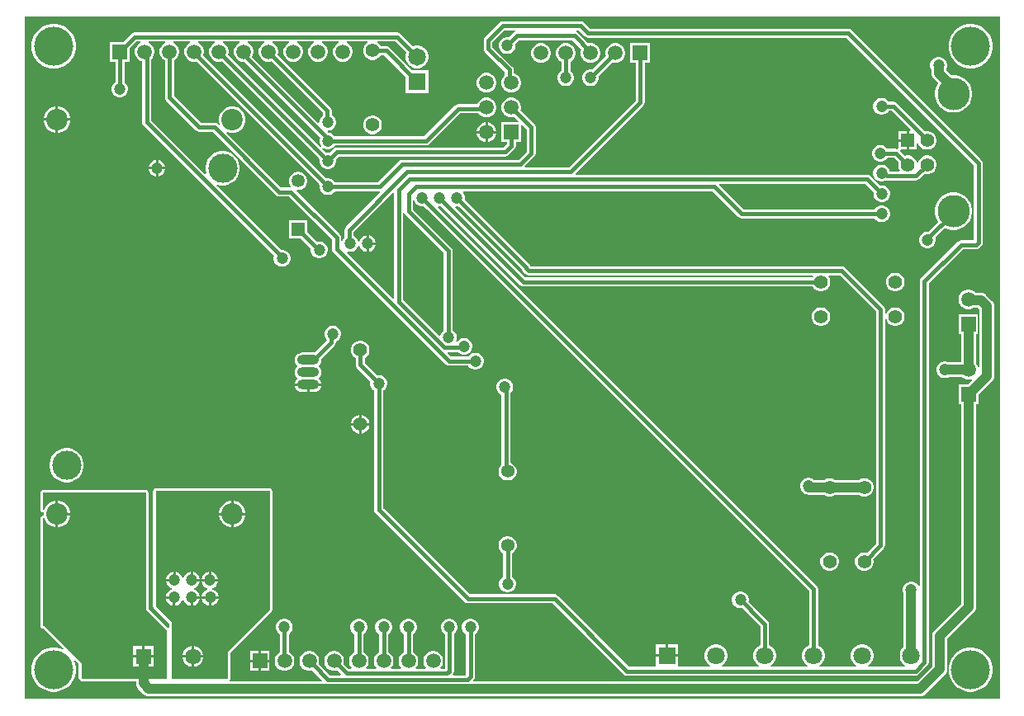
<source format=gbr>
%TF.GenerationSoftware,Altium Limited,Altium Designer,22.8.2 (66)*%
G04 Layer_Physical_Order=2*
G04 Layer_Color=16711680*
%FSLAX45Y45*%
%MOMM*%
%TF.SameCoordinates,BD556100-397B-4985-8EB5-C039F1F1876F*%
%TF.FilePolarity,Positive*%
%TF.FileFunction,Copper,L2,Bot,Signal*%
%TF.Part,Single*%
G01*
G75*
%TA.AperFunction,Conductor*%
%ADD24C,0.40000*%
%ADD25C,1.00000*%
%TA.AperFunction,ComponentPad*%
%ADD26C,2.20000*%
%ADD27C,3.00000*%
%ADD28C,1.40000*%
%ADD29R,1.50000X1.50000*%
%ADD30C,1.50000*%
%ADD31O,2.22000X1.00000*%
%ADD32R,1.50000X1.50000*%
%ADD33C,1.81500*%
%ADD34R,1.81500X1.81500*%
%ADD35C,1.35800*%
%TA.AperFunction,ViaPad*%
%ADD36C,4.00000*%
%TA.AperFunction,ComponentPad*%
%ADD37C,1.35000*%
%ADD38R,1.35000X1.35000*%
%ADD39C,1.80000*%
%ADD40R,1.80000X1.80000*%
%ADD41R,1.65000X1.65000*%
%ADD42C,1.65000*%
%ADD43C,3.31600*%
%ADD44C,1.40800*%
%ADD45R,1.40800X1.40800*%
%TA.AperFunction,ViaPad*%
%ADD46C,1.20000*%
G36*
X10000022Y6999512D02*
Y0D01*
X0D01*
Y7000469D01*
X9999064D01*
X10000022Y6999512D01*
D02*
G37*
%LPC*%
G36*
X5702300Y6955090D02*
X5702299Y6955089D01*
X4902201D01*
X4902200Y6955090D01*
X4884486Y6951566D01*
X4869468Y6941532D01*
X4869468Y6941531D01*
X4720937Y6793000D01*
X4710902Y6777983D01*
X4707379Y6760268D01*
X4707379Y6760267D01*
Y6676034D01*
X4707379Y6676033D01*
X4710902Y6658319D01*
X4720937Y6643301D01*
X4923812Y6440426D01*
Y6399299D01*
X4910760Y6386247D01*
X4897542Y6363353D01*
X4890700Y6337818D01*
Y6311382D01*
X4897542Y6285847D01*
X4910760Y6262953D01*
X4929453Y6244260D01*
X4952347Y6231042D01*
X4977882Y6224200D01*
X5004318D01*
X5029853Y6231042D01*
X5052747Y6244260D01*
X5071440Y6262953D01*
X5084658Y6285847D01*
X5091500Y6311382D01*
Y6337818D01*
X5084658Y6363353D01*
X5071440Y6386247D01*
X5052747Y6404940D01*
X5029853Y6418158D01*
X5016391Y6421765D01*
Y6459599D01*
X5016391Y6459600D01*
X5012868Y6477314D01*
X5002833Y6492332D01*
X4799958Y6695207D01*
Y6741094D01*
X4921374Y6862511D01*
X5031333D01*
X5033365Y6849966D01*
X5018348Y6839932D01*
X4969339Y6790923D01*
X4962483Y6792760D01*
X4939997D01*
X4918277Y6786940D01*
X4898803Y6775697D01*
X4882903Y6759797D01*
X4871660Y6740323D01*
X4865840Y6718603D01*
Y6696117D01*
X4871660Y6674397D01*
X4882903Y6654923D01*
X4898803Y6639023D01*
X4918277Y6627780D01*
X4939997Y6621960D01*
X4962483D01*
X4984203Y6627780D01*
X5003677Y6639023D01*
X5019577Y6654923D01*
X5030820Y6674397D01*
X5036640Y6696117D01*
Y6718603D01*
X5034802Y6725459D01*
X5070254Y6760911D01*
X5619626D01*
X5711089Y6669447D01*
X5710342Y6668153D01*
X5703500Y6642618D01*
Y6616182D01*
X5710342Y6590647D01*
X5723560Y6567753D01*
X5742253Y6549060D01*
X5765147Y6535842D01*
X5790682Y6529000D01*
X5817118D01*
X5842653Y6535842D01*
X5865547Y6549060D01*
X5884240Y6567753D01*
X5897458Y6590647D01*
X5904300Y6616182D01*
Y6642618D01*
X5897458Y6668153D01*
X5884240Y6691047D01*
X5865547Y6709740D01*
X5842653Y6722958D01*
X5817118Y6729800D01*
X5790682D01*
X5783569Y6727894D01*
X5671532Y6839932D01*
X5656514Y6849966D01*
X5658547Y6862511D01*
X5683126D01*
X5745768Y6799868D01*
X5760786Y6789834D01*
X5778500Y6786310D01*
X5778501Y6786311D01*
X8426326D01*
X9732711Y5479926D01*
Y4707189D01*
X9601200D01*
X9583486Y4703666D01*
X9568468Y4693632D01*
X9568468Y4693631D01*
X9192568Y4317732D01*
X9182534Y4302714D01*
X9179010Y4285000D01*
X9179011Y4284999D01*
Y1166426D01*
X9166311Y1163023D01*
X9160811Y1172548D01*
X9144911Y1188448D01*
X9125438Y1199691D01*
X9103718Y1205511D01*
X9081232D01*
X9059511Y1199691D01*
X9040038Y1188448D01*
X9024138Y1172548D01*
X9012895Y1153074D01*
X9007075Y1131354D01*
Y1108868D01*
X9012895Y1087148D01*
X9015137Y1083264D01*
Y532936D01*
X8997557Y515357D01*
X8982365Y489043D01*
X8974500Y459693D01*
Y429307D01*
X8982365Y399957D01*
X8997557Y373643D01*
X9019043Y352157D01*
X9031631Y344890D01*
X9028228Y332190D01*
X8651572D01*
X8648169Y344890D01*
X8660757Y352157D01*
X8682243Y373643D01*
X8697435Y399957D01*
X8705300Y429307D01*
Y459693D01*
X8697435Y489043D01*
X8682243Y515357D01*
X8660757Y536843D01*
X8634443Y552035D01*
X8605093Y559900D01*
X8574707D01*
X8545357Y552035D01*
X8519043Y536843D01*
X8497557Y515357D01*
X8482365Y489043D01*
X8474500Y459693D01*
Y429307D01*
X8482365Y399957D01*
X8497557Y373643D01*
X8519043Y352157D01*
X8531631Y344890D01*
X8528228Y332190D01*
X8151572D01*
X8148169Y344890D01*
X8160757Y352157D01*
X8182243Y373643D01*
X8197435Y399957D01*
X8205300Y429307D01*
Y459693D01*
X8197435Y489043D01*
X8182243Y515357D01*
X8160757Y536843D01*
X8136189Y551027D01*
Y1130300D01*
X8132666Y1148014D01*
X8122632Y1163032D01*
X8122631Y1163032D01*
X4238146Y5047517D01*
X4245524Y5058100D01*
X4265743D01*
X4272599Y5059937D01*
X5085368Y4247169D01*
X5085368Y4247168D01*
X5100386Y4237134D01*
X5118100Y4233610D01*
X5118101Y4233611D01*
X8082667D01*
X8089761Y4221323D01*
X8107523Y4203561D01*
X8129277Y4191002D01*
X8153540Y4184500D01*
X8178660D01*
X8202923Y4191002D01*
X8224677Y4203561D01*
X8242439Y4221323D01*
X8254998Y4243077D01*
X8261500Y4267340D01*
Y4292460D01*
X8254998Y4316723D01*
X8243690Y4336311D01*
X8247986Y4349011D01*
X8361726D01*
X8729411Y3981326D01*
Y1593974D01*
X8636864Y1501428D01*
X8623160Y1505100D01*
X8598040D01*
X8573777Y1498598D01*
X8552023Y1486039D01*
X8534261Y1468277D01*
X8521702Y1446523D01*
X8515200Y1422260D01*
Y1397140D01*
X8521702Y1372877D01*
X8534261Y1351123D01*
X8552023Y1333361D01*
X8573777Y1320802D01*
X8598040Y1314300D01*
X8623160D01*
X8647423Y1320802D01*
X8669177Y1333361D01*
X8686939Y1351123D01*
X8699498Y1372877D01*
X8706000Y1397140D01*
Y1422260D01*
X8702328Y1435964D01*
X8808431Y1542068D01*
X8808432Y1542068D01*
X8818466Y1557086D01*
X8821990Y1574800D01*
X8821989Y1574801D01*
Y3902644D01*
X8834689Y3904316D01*
X8839202Y3887477D01*
X8851761Y3865723D01*
X8869523Y3847961D01*
X8891277Y3835402D01*
X8915540Y3828900D01*
X8940660D01*
X8964923Y3835402D01*
X8986677Y3847961D01*
X9004439Y3865723D01*
X9016998Y3887477D01*
X9023500Y3911740D01*
Y3936860D01*
X9016998Y3961123D01*
X9004439Y3982877D01*
X8986677Y4000639D01*
X8964923Y4013198D01*
X8940660Y4019700D01*
X8915540D01*
X8891277Y4013198D01*
X8869523Y4000639D01*
X8851761Y3982877D01*
X8839202Y3961123D01*
X8834689Y3944284D01*
X8821989Y3945956D01*
Y4000499D01*
X8821990Y4000500D01*
X8818466Y4018214D01*
X8808432Y4033232D01*
X8413632Y4428032D01*
X8398614Y4438066D01*
X8380900Y4441590D01*
X8380899Y4441590D01*
X5187942D01*
X5186266Y4450014D01*
X5176232Y4465032D01*
X4515863Y5125401D01*
X4517700Y5132257D01*
Y5154743D01*
X4511880Y5176463D01*
X4500637Y5195937D01*
X4496796Y5199777D01*
X4501657Y5211511D01*
X7054726D01*
X7320568Y4945669D01*
X7320568Y4945668D01*
X7335586Y4935634D01*
X7353300Y4932110D01*
X7353301Y4932111D01*
X8716514D01*
X8720063Y4925963D01*
X8735963Y4910063D01*
X8755437Y4898820D01*
X8777157Y4893000D01*
X8799643D01*
X8821363Y4898820D01*
X8840837Y4910063D01*
X8856737Y4925963D01*
X8867980Y4945437D01*
X8873800Y4967157D01*
Y4989643D01*
X8867980Y5011363D01*
X8856737Y5030837D01*
X8840837Y5046737D01*
X8821363Y5057980D01*
X8799643Y5063800D01*
X8777157D01*
X8755437Y5057980D01*
X8735963Y5046737D01*
X8720063Y5030837D01*
X8716514Y5024689D01*
X7372474D01*
X7121186Y5275977D01*
X7126046Y5287711D01*
X8622411D01*
X8706237Y5203884D01*
X8704400Y5197028D01*
Y5174542D01*
X8710220Y5152822D01*
X8721463Y5133348D01*
X8737363Y5117448D01*
X8756837Y5106205D01*
X8778557Y5100385D01*
X8801043D01*
X8822763Y5106205D01*
X8842237Y5117448D01*
X8858137Y5133348D01*
X8869380Y5152822D01*
X8875200Y5174542D01*
Y5197028D01*
X8869380Y5218748D01*
X8858137Y5238222D01*
X8842237Y5254122D01*
X8822763Y5265365D01*
X8801043Y5271185D01*
X8778557D01*
X8771701Y5269348D01*
X8674317Y5366732D01*
X8659299Y5376766D01*
X8641585Y5380290D01*
X8641584Y5380289D01*
X5652846D01*
X5647986Y5392023D01*
X6344632Y6088668D01*
X6354666Y6103686D01*
X6358190Y6121400D01*
X6358189Y6121401D01*
Y6529000D01*
X6412300D01*
Y6729800D01*
X6211500D01*
Y6529000D01*
X6265611D01*
Y6140574D01*
X5581526Y5456489D01*
X5134115D01*
X5129255Y5468223D01*
X5227032Y5566000D01*
X5237066Y5581017D01*
X5240590Y5598732D01*
X5240589Y5598733D01*
Y5867399D01*
X5240590Y5867400D01*
X5237066Y5885114D01*
X5227032Y5900132D01*
X5227031Y5900132D01*
X5086910Y6040253D01*
X5091500Y6057382D01*
Y6083818D01*
X5084658Y6109353D01*
X5071440Y6132247D01*
X5052747Y6150940D01*
X5029853Y6164158D01*
X5004318Y6171000D01*
X4977882D01*
X4952347Y6164158D01*
X4929453Y6150940D01*
X4910760Y6132247D01*
X4897542Y6109353D01*
X4890700Y6083818D01*
Y6057382D01*
X4897542Y6031847D01*
X4910760Y6008953D01*
X4929453Y5990260D01*
X4952347Y5977042D01*
X4977882Y5970200D01*
X5004318D01*
X5021447Y5974790D01*
X5067503Y5928733D01*
X5062643Y5917000D01*
X4890700D01*
Y5716200D01*
X4944811D01*
Y5696074D01*
X4908426Y5659689D01*
X3200401D01*
X3200400Y5659690D01*
X3182686Y5656166D01*
X3167668Y5646132D01*
X3167668Y5646131D01*
X3129600Y5608063D01*
X3122743Y5609900D01*
X3100257D01*
X3093400Y5608063D01*
X3053625Y5647838D01*
X3061423Y5658001D01*
X3078537Y5648120D01*
X3100257Y5642300D01*
X3122743D01*
X3144463Y5648120D01*
X3163937Y5659363D01*
X3179837Y5675263D01*
X3183386Y5681411D01*
X4114799D01*
X4114800Y5681410D01*
X4132514Y5684934D01*
X4147532Y5694968D01*
X4464174Y6011611D01*
X4655226D01*
X4656760Y6008953D01*
X4675453Y5990260D01*
X4698347Y5977042D01*
X4723882Y5970200D01*
X4750318D01*
X4775853Y5977042D01*
X4798747Y5990260D01*
X4817440Y6008953D01*
X4830658Y6031847D01*
X4837500Y6057382D01*
Y6083818D01*
X4830658Y6109353D01*
X4817440Y6132247D01*
X4798747Y6150940D01*
X4775853Y6164158D01*
X4750318Y6171000D01*
X4723882D01*
X4698347Y6164158D01*
X4675453Y6150940D01*
X4656760Y6132247D01*
X4643542Y6109353D01*
X4642159Y6104189D01*
X4445001D01*
X4445000Y6104190D01*
X4427286Y6100666D01*
X4412268Y6090632D01*
X4412268Y6090631D01*
X4095626Y5773989D01*
X3183386D01*
X3179837Y5780137D01*
X3163937Y5796037D01*
X3144463Y5807280D01*
X3122743Y5813100D01*
X3115804D01*
X3109700Y5820834D01*
X3114985Y5832800D01*
X3122743D01*
X3144463Y5838620D01*
X3163937Y5849863D01*
X3179837Y5865763D01*
X3191080Y5885237D01*
X3196900Y5906957D01*
Y5929443D01*
X3191080Y5951163D01*
X3179837Y5970637D01*
X3163937Y5986537D01*
X3152089Y5993377D01*
Y6038199D01*
X3152090Y6038200D01*
X3148566Y6055914D01*
X3138532Y6070932D01*
X3138531Y6070932D01*
X2597710Y6611753D01*
X2602300Y6628882D01*
Y6655318D01*
X2595458Y6680853D01*
X2582240Y6703747D01*
X2563547Y6722440D01*
X2540653Y6735658D01*
X2542875Y6748211D01*
X2714925D01*
X2717147Y6735658D01*
X2694253Y6722440D01*
X2675560Y6703747D01*
X2662342Y6680853D01*
X2655500Y6655318D01*
Y6628882D01*
X2662342Y6603347D01*
X2675560Y6580453D01*
X2694253Y6561760D01*
X2717147Y6548542D01*
X2742682Y6541700D01*
X2769118D01*
X2794653Y6548542D01*
X2817547Y6561760D01*
X2836240Y6580453D01*
X2849458Y6603347D01*
X2856300Y6628882D01*
Y6655318D01*
X2849458Y6680853D01*
X2836240Y6703747D01*
X2817547Y6722440D01*
X2794653Y6735658D01*
X2796875Y6748211D01*
X2968925D01*
X2971147Y6735658D01*
X2948253Y6722440D01*
X2929560Y6703747D01*
X2916342Y6680853D01*
X2909500Y6655318D01*
Y6628882D01*
X2916342Y6603347D01*
X2929560Y6580453D01*
X2948253Y6561760D01*
X2971147Y6548542D01*
X2996682Y6541700D01*
X3023118D01*
X3048653Y6548542D01*
X3071547Y6561760D01*
X3090240Y6580453D01*
X3103458Y6603347D01*
X3110300Y6628882D01*
Y6655318D01*
X3103458Y6680853D01*
X3090240Y6703747D01*
X3071547Y6722440D01*
X3048653Y6735658D01*
X3050875Y6748211D01*
X3222925D01*
X3225147Y6735658D01*
X3202253Y6722440D01*
X3183560Y6703747D01*
X3170342Y6680853D01*
X3163500Y6655318D01*
Y6628882D01*
X3170342Y6603347D01*
X3183560Y6580453D01*
X3202253Y6561760D01*
X3225147Y6548542D01*
X3250682Y6541700D01*
X3277118D01*
X3302653Y6548542D01*
X3325547Y6561760D01*
X3344240Y6580453D01*
X3357458Y6603347D01*
X3364300Y6628882D01*
Y6655318D01*
X3357458Y6680853D01*
X3344240Y6703747D01*
X3325547Y6722440D01*
X3302653Y6735658D01*
X3304875Y6748211D01*
X3514292D01*
X3517695Y6735511D01*
X3510123Y6731139D01*
X3492361Y6713377D01*
X3479802Y6691623D01*
X3473300Y6667360D01*
Y6642240D01*
X3479802Y6617977D01*
X3492361Y6596223D01*
X3510123Y6578461D01*
X3531877Y6565902D01*
X3556140Y6559400D01*
X3581260D01*
X3605523Y6565902D01*
X3627277Y6578461D01*
X3645039Y6596223D01*
X3652133Y6608511D01*
X3689226D01*
X3909750Y6387986D01*
Y6221150D01*
X4142050D01*
Y6453450D01*
X3975214D01*
X3741132Y6687532D01*
X3726114Y6697566D01*
X3708400Y6701090D01*
X3708399Y6701089D01*
X3652133D01*
X3645039Y6713377D01*
X3627277Y6731139D01*
X3619705Y6735511D01*
X3623108Y6748211D01*
X3803526D01*
X3917230Y6634507D01*
X3909750Y6606591D01*
Y6576009D01*
X3917666Y6546468D01*
X3932957Y6519982D01*
X3954582Y6498357D01*
X3981068Y6483066D01*
X4010609Y6475150D01*
X4041191D01*
X4070732Y6483066D01*
X4097218Y6498357D01*
X4118843Y6519982D01*
X4134134Y6546468D01*
X4142050Y6576009D01*
Y6606591D01*
X4134134Y6636132D01*
X4118843Y6662618D01*
X4097218Y6684243D01*
X4070732Y6699534D01*
X4041191Y6707450D01*
X4010609D01*
X3982693Y6699970D01*
X3855432Y6827232D01*
X3840414Y6837266D01*
X3822700Y6840790D01*
X3822699Y6840789D01*
X1130301D01*
X1130300Y6840790D01*
X1112586Y6837266D01*
X1097568Y6827232D01*
X1097568Y6827231D01*
X1012836Y6742500D01*
X877500D01*
Y6541700D01*
X931611D01*
Y6332986D01*
X925463Y6329437D01*
X909563Y6313537D01*
X898320Y6294063D01*
X892500Y6272343D01*
Y6249857D01*
X898320Y6228137D01*
X909563Y6208663D01*
X925463Y6192763D01*
X944937Y6181520D01*
X966657Y6175700D01*
X989143D01*
X1010863Y6181520D01*
X1030337Y6192763D01*
X1046237Y6208663D01*
X1057480Y6228137D01*
X1063300Y6249857D01*
Y6272343D01*
X1057480Y6294063D01*
X1046237Y6313537D01*
X1030337Y6329437D01*
X1024189Y6332986D01*
Y6541700D01*
X1078300D01*
Y6677036D01*
X1149474Y6748211D01*
X1190925D01*
X1193147Y6735658D01*
X1170253Y6722440D01*
X1151560Y6703747D01*
X1138342Y6680853D01*
X1131500Y6655318D01*
Y6628882D01*
X1138342Y6603347D01*
X1151560Y6580453D01*
X1170253Y6561760D01*
X1193147Y6548542D01*
X1206658Y6544922D01*
Y5922554D01*
X1206658Y5922553D01*
X1210181Y5904839D01*
X1220216Y5889821D01*
X2560721Y4549316D01*
X2556200Y4532443D01*
Y4509957D01*
X2562020Y4488237D01*
X2573263Y4468763D01*
X2589163Y4452863D01*
X2608637Y4441620D01*
X2630357Y4435800D01*
X2652843D01*
X2674563Y4441620D01*
X2694037Y4452863D01*
X2709937Y4468763D01*
X2721180Y4488237D01*
X2727000Y4509957D01*
Y4532443D01*
X2721180Y4554163D01*
X2709937Y4573637D01*
X2694037Y4589537D01*
X2674563Y4600780D01*
X2652843Y4606600D01*
X2634364D01*
X1970990Y5269973D01*
X1978184Y5280740D01*
X1980838Y5279641D01*
X2014725Y5272900D01*
X2049275D01*
X2083162Y5279641D01*
X2115083Y5292863D01*
X2143811Y5312058D01*
X2168242Y5336489D01*
X2187437Y5365217D01*
X2200659Y5397138D01*
X2207400Y5431025D01*
Y5465575D01*
X2200659Y5499462D01*
X2187437Y5531383D01*
X2168242Y5560111D01*
X2143811Y5584542D01*
X2115083Y5603737D01*
X2083162Y5616959D01*
X2049275Y5623700D01*
X2014725D01*
X1980838Y5616959D01*
X1948917Y5603737D01*
X1920189Y5584542D01*
X1895758Y5560111D01*
X1876563Y5531383D01*
X1863341Y5499462D01*
X1856600Y5465575D01*
Y5431025D01*
X1863341Y5397138D01*
X1864440Y5394485D01*
X1853673Y5387290D01*
X1299237Y5941727D01*
Y6567450D01*
X1312240Y6580453D01*
X1325458Y6603347D01*
X1332300Y6628882D01*
Y6655318D01*
X1325458Y6680853D01*
X1312240Y6703747D01*
X1293547Y6722440D01*
X1270653Y6735658D01*
X1272875Y6748211D01*
X1444925D01*
X1447147Y6735658D01*
X1424253Y6722440D01*
X1405560Y6703747D01*
X1392342Y6680853D01*
X1385500Y6655318D01*
Y6628882D01*
X1392342Y6603347D01*
X1405560Y6580453D01*
X1424253Y6561760D01*
X1439611Y6552893D01*
Y6172201D01*
X1439610Y6172200D01*
X1443134Y6154486D01*
X1453168Y6139468D01*
X1757968Y5834669D01*
X1757968Y5834668D01*
X1772986Y5824634D01*
X1790700Y5821111D01*
X1931260D01*
X2580702Y5171669D01*
X2580702Y5171668D01*
X2595720Y5161634D01*
X2613434Y5158110D01*
X2613435Y5158111D01*
X2713562D01*
X3154111Y4717562D01*
Y4619654D01*
X3154110Y4619653D01*
X3157634Y4601939D01*
X3167668Y4586921D01*
X4320221Y3434369D01*
X4320221Y3434368D01*
X4335239Y3424334D01*
X4352953Y3420810D01*
X4352954Y3420811D01*
X4550914D01*
X4554463Y3414663D01*
X4570363Y3398763D01*
X4589837Y3387520D01*
X4611557Y3381700D01*
X4634043D01*
X4655763Y3387520D01*
X4675237Y3398763D01*
X4691137Y3414663D01*
X4702380Y3434137D01*
X4708200Y3455857D01*
Y3478343D01*
X4702380Y3500063D01*
X4691137Y3519537D01*
X4675237Y3535437D01*
X4655763Y3546680D01*
X4634043Y3552500D01*
X4611557D01*
X4589837Y3546680D01*
X4570363Y3535437D01*
X4554463Y3519537D01*
X4550914Y3513389D01*
X4372127D01*
X4335639Y3549877D01*
X4340499Y3561611D01*
X4445616D01*
X4456063Y3551163D01*
X4475537Y3539920D01*
X4497257Y3534100D01*
X4519743D01*
X4541463Y3539920D01*
X4560937Y3551163D01*
X4576837Y3567063D01*
X4588080Y3586537D01*
X4593900Y3608257D01*
Y3630743D01*
X4588080Y3652463D01*
X4576837Y3671937D01*
X4560937Y3687837D01*
X4541463Y3699080D01*
X4519743Y3704900D01*
X4497257D01*
X4475537Y3699080D01*
X4456063Y3687837D01*
X4440163Y3671937D01*
X4435936Y3664615D01*
X4433478Y3664632D01*
X4426175Y3677384D01*
X4427880Y3680337D01*
X4433700Y3702057D01*
Y3724543D01*
X4427880Y3746263D01*
X4416637Y3765737D01*
X4400737Y3781637D01*
X4389689Y3788015D01*
Y4601610D01*
X4389690Y4601611D01*
X4386166Y4619325D01*
X4376132Y4634343D01*
X4376131Y4634343D01*
X3983289Y5027185D01*
Y5113084D01*
X3995989Y5114756D01*
X3997120Y5110537D01*
X4008363Y5091063D01*
X4024263Y5075163D01*
X4043737Y5063920D01*
X4065457Y5058100D01*
X4087943D01*
X4094799Y5059937D01*
X8043611Y1111126D01*
Y551027D01*
X8019043Y536843D01*
X7997557Y515357D01*
X7982365Y489043D01*
X7974500Y459693D01*
Y429307D01*
X7982365Y399957D01*
X7997557Y373643D01*
X8019043Y352157D01*
X8031631Y344890D01*
X8028228Y332190D01*
X7651572D01*
X7648169Y344890D01*
X7660757Y352157D01*
X7682243Y373643D01*
X7697435Y399957D01*
X7705300Y429307D01*
Y459693D01*
X7697435Y489043D01*
X7682243Y515357D01*
X7660757Y536843D01*
X7636189Y551027D01*
Y768669D01*
X7632666Y786383D01*
X7622632Y801400D01*
X7622631Y801401D01*
X7591200Y832832D01*
X7585267Y836796D01*
X7424163Y997901D01*
X7426000Y1004757D01*
Y1027243D01*
X7420180Y1048963D01*
X7408937Y1068437D01*
X7393037Y1084337D01*
X7373563Y1095580D01*
X7351843Y1101400D01*
X7329357D01*
X7307637Y1095580D01*
X7288163Y1084337D01*
X7272263Y1068437D01*
X7261020Y1048963D01*
X7255200Y1027243D01*
Y1004757D01*
X7261020Y983037D01*
X7272263Y963563D01*
X7288163Y947663D01*
X7307637Y936420D01*
X7329357Y930600D01*
X7351843D01*
X7358699Y932437D01*
X7523768Y767369D01*
X7523768Y767368D01*
X7529701Y763404D01*
X7543611Y749495D01*
Y551027D01*
X7519043Y536843D01*
X7497557Y515357D01*
X7482365Y489043D01*
X7474500Y459693D01*
Y429307D01*
X7482365Y399957D01*
X7497557Y373643D01*
X7519043Y352157D01*
X7531631Y344890D01*
X7528228Y332190D01*
X7151572D01*
X7148169Y344890D01*
X7160757Y352157D01*
X7182243Y373643D01*
X7197435Y399957D01*
X7205300Y429307D01*
Y459693D01*
X7197435Y489043D01*
X7182243Y515357D01*
X7160757Y536843D01*
X7134443Y552035D01*
X7105093Y559900D01*
X7074707D01*
X7045357Y552035D01*
X7019043Y536843D01*
X6997557Y515357D01*
X6982364Y489043D01*
X6974500Y459693D01*
Y429307D01*
X6982364Y399957D01*
X6997557Y373643D01*
X7019043Y352157D01*
X7031631Y344890D01*
X7028228Y332190D01*
X6705300D01*
Y431800D01*
X6474500D01*
Y332190D01*
X6197574D01*
X5468332Y1061432D01*
X5453314Y1071466D01*
X5435600Y1074990D01*
X5435599Y1074989D01*
X4565774D01*
X3678489Y1962274D01*
Y3166614D01*
X3684637Y3170163D01*
X3700537Y3186063D01*
X3711780Y3205537D01*
X3717600Y3227257D01*
Y3249743D01*
X3711780Y3271463D01*
X3700537Y3290937D01*
X3684637Y3306837D01*
X3665163Y3318080D01*
X3643443Y3323900D01*
X3620957D01*
X3614100Y3322063D01*
X3487989Y3448174D01*
Y3497967D01*
X3500277Y3505061D01*
X3518039Y3522823D01*
X3530598Y3544577D01*
X3537100Y3568840D01*
Y3593960D01*
X3530598Y3618223D01*
X3518039Y3639977D01*
X3500277Y3657739D01*
X3478523Y3670298D01*
X3454260Y3676800D01*
X3429140D01*
X3404877Y3670298D01*
X3383123Y3657739D01*
X3365361Y3639977D01*
X3352802Y3618223D01*
X3346300Y3593960D01*
Y3568840D01*
X3352802Y3544577D01*
X3365361Y3522823D01*
X3383123Y3505061D01*
X3395411Y3497967D01*
Y3429001D01*
X3395410Y3429000D01*
X3398934Y3411286D01*
X3408968Y3396268D01*
X3548637Y3256600D01*
X3546800Y3249743D01*
Y3227257D01*
X3552620Y3205537D01*
X3563863Y3186063D01*
X3579763Y3170163D01*
X3585911Y3166614D01*
Y1943101D01*
X3585910Y1943100D01*
X3589434Y1925386D01*
X3599468Y1910368D01*
X4513868Y995969D01*
X4513868Y995968D01*
X4528886Y985934D01*
X4546600Y982410D01*
X4546601Y982411D01*
X5416426D01*
X6145668Y253169D01*
X6145668Y253168D01*
X6160686Y243134D01*
X6178400Y239610D01*
X6178401Y239611D01*
X9136067D01*
X9136069Y239610D01*
X9153783Y243134D01*
X9168800Y253168D01*
X9258031Y342399D01*
X9258032Y342400D01*
X9268066Y357417D01*
X9271590Y375132D01*
Y4265826D01*
X9620374Y4614611D01*
X9755567D01*
X9755568Y4614610D01*
X9773283Y4618134D01*
X9788300Y4628168D01*
X9811731Y4651599D01*
X9811732Y4651600D01*
X9821766Y4666617D01*
X9825289Y4684331D01*
Y5499100D01*
X9821766Y5516814D01*
X9811732Y5531832D01*
X9811731Y5531832D01*
X8478232Y6865332D01*
X8463214Y6875366D01*
X8445500Y6878890D01*
X8445499Y6878889D01*
X5797674D01*
X5735032Y6941532D01*
X5720014Y6951566D01*
X5702300Y6955090D01*
D02*
G37*
G36*
X6071118Y6729800D02*
X6044682D01*
X6019147Y6722958D01*
X5996253Y6709740D01*
X5977560Y6691047D01*
X5964342Y6668153D01*
X5957500Y6642618D01*
Y6616182D01*
X5962090Y6599053D01*
X5821999Y6458963D01*
X5815143Y6460800D01*
X5792657D01*
X5770937Y6454980D01*
X5751463Y6443737D01*
X5735563Y6427837D01*
X5724320Y6408363D01*
X5718500Y6386643D01*
Y6364157D01*
X5724320Y6342437D01*
X5735563Y6322963D01*
X5751463Y6307063D01*
X5770937Y6295820D01*
X5792657Y6290000D01*
X5815143D01*
X5836863Y6295820D01*
X5856337Y6307063D01*
X5872237Y6322963D01*
X5883480Y6342437D01*
X5889300Y6364157D01*
Y6386643D01*
X5887463Y6393499D01*
X6027553Y6533590D01*
X6044682Y6529000D01*
X6071118D01*
X6096653Y6535842D01*
X6119547Y6549060D01*
X6138240Y6567753D01*
X6151458Y6590647D01*
X6158300Y6616182D01*
Y6642618D01*
X6151458Y6668153D01*
X6138240Y6691047D01*
X6119547Y6709740D01*
X6096653Y6722958D01*
X6071118Y6729800D01*
D02*
G37*
G36*
X5309118D02*
X5282682D01*
X5257147Y6722958D01*
X5234253Y6709740D01*
X5215560Y6691047D01*
X5202342Y6668153D01*
X5195500Y6642618D01*
Y6616182D01*
X5202342Y6590647D01*
X5215560Y6567753D01*
X5234253Y6549060D01*
X5257147Y6535842D01*
X5282682Y6529000D01*
X5309118D01*
X5334653Y6535842D01*
X5357547Y6549060D01*
X5376240Y6567753D01*
X5389458Y6590647D01*
X5396300Y6616182D01*
Y6642618D01*
X5389458Y6668153D01*
X5376240Y6691047D01*
X5357547Y6709740D01*
X5334653Y6722958D01*
X5309118Y6729800D01*
D02*
G37*
G36*
X9722200Y6925400D02*
X9677800D01*
X9634253Y6916738D01*
X9593233Y6899747D01*
X9556316Y6875080D01*
X9524920Y6843684D01*
X9500253Y6806767D01*
X9483262Y6765747D01*
X9474600Y6722200D01*
Y6677800D01*
X9483262Y6634253D01*
X9500253Y6593233D01*
X9524920Y6556316D01*
X9556316Y6524920D01*
X9593233Y6500253D01*
X9634253Y6483262D01*
X9677800Y6474600D01*
X9722200D01*
X9765747Y6483262D01*
X9806767Y6500253D01*
X9843684Y6524920D01*
X9875080Y6556316D01*
X9899747Y6593233D01*
X9916738Y6634253D01*
X9925400Y6677800D01*
Y6722200D01*
X9916738Y6765747D01*
X9899747Y6806767D01*
X9875080Y6843684D01*
X9843684Y6875080D01*
X9806767Y6899747D01*
X9765747Y6916738D01*
X9722200Y6925400D01*
D02*
G37*
G36*
X322200D02*
X277800D01*
X234253Y6916738D01*
X193233Y6899747D01*
X156316Y6875080D01*
X124920Y6843684D01*
X100253Y6806767D01*
X83262Y6765747D01*
X74600Y6722200D01*
Y6677800D01*
X83262Y6634253D01*
X100253Y6593233D01*
X124920Y6556316D01*
X156316Y6524920D01*
X193233Y6500253D01*
X234253Y6483262D01*
X277800Y6474600D01*
X322200D01*
X365747Y6483262D01*
X406767Y6500253D01*
X443684Y6524920D01*
X475080Y6556316D01*
X499747Y6593233D01*
X516738Y6634253D01*
X525400Y6677800D01*
Y6722200D01*
X516738Y6765747D01*
X499747Y6806767D01*
X475080Y6843684D01*
X443684Y6875080D01*
X406767Y6899747D01*
X365747Y6916738D01*
X322200Y6925400D01*
D02*
G37*
G36*
X5563118Y6729800D02*
X5536682D01*
X5511147Y6722958D01*
X5488253Y6709740D01*
X5469560Y6691047D01*
X5456342Y6668153D01*
X5449500Y6642618D01*
Y6616182D01*
X5456342Y6590647D01*
X5469560Y6567753D01*
X5488253Y6549060D01*
X5503611Y6540193D01*
Y6447286D01*
X5497463Y6443737D01*
X5481563Y6427837D01*
X5470320Y6408363D01*
X5464500Y6386643D01*
Y6364157D01*
X5470320Y6342437D01*
X5481563Y6322963D01*
X5497463Y6307063D01*
X5516937Y6295820D01*
X5538657Y6290000D01*
X5561143D01*
X5582863Y6295820D01*
X5602337Y6307063D01*
X5618237Y6322963D01*
X5629480Y6342437D01*
X5635300Y6364157D01*
Y6386643D01*
X5629480Y6408363D01*
X5618237Y6427837D01*
X5602337Y6443737D01*
X5596189Y6447286D01*
Y6540193D01*
X5611547Y6549060D01*
X5630240Y6567753D01*
X5643458Y6590647D01*
X5650300Y6616182D01*
Y6642618D01*
X5643458Y6668153D01*
X5630240Y6691047D01*
X5611547Y6709740D01*
X5588653Y6722958D01*
X5563118Y6729800D01*
D02*
G37*
G36*
X4750318Y6425000D02*
X4723882D01*
X4698347Y6418158D01*
X4675453Y6404940D01*
X4656760Y6386247D01*
X4643542Y6363353D01*
X4636700Y6337818D01*
Y6311382D01*
X4643542Y6285847D01*
X4656760Y6262953D01*
X4675453Y6244260D01*
X4698347Y6231042D01*
X4723882Y6224200D01*
X4750318D01*
X4775853Y6231042D01*
X4798747Y6244260D01*
X4817440Y6262953D01*
X4830658Y6285847D01*
X4837500Y6311382D01*
Y6337818D01*
X4830658Y6363353D01*
X4817440Y6386247D01*
X4798747Y6404940D01*
X4775853Y6418158D01*
X4750318Y6425000D01*
D02*
G37*
G36*
X9383843Y6587800D02*
X9361357D01*
X9339637Y6581980D01*
X9320163Y6570737D01*
X9304263Y6554837D01*
X9293020Y6535363D01*
X9287200Y6513643D01*
Y6491157D01*
X9293020Y6469437D01*
X9300376Y6456696D01*
Y6421544D01*
X9302967Y6401860D01*
X9310565Y6383518D01*
X9322651Y6367768D01*
X9369176Y6321243D01*
X9355561Y6300867D01*
X9341148Y6266071D01*
X9333800Y6229132D01*
Y6191468D01*
X9341148Y6154529D01*
X9355561Y6119733D01*
X9376485Y6088417D01*
X9403117Y6061785D01*
X9434433Y6040861D01*
X9469229Y6026448D01*
X9506168Y6019100D01*
X9543832D01*
X9580771Y6026448D01*
X9615567Y6040861D01*
X9646883Y6061785D01*
X9673515Y6088417D01*
X9694439Y6119733D01*
X9708852Y6154529D01*
X9716200Y6191468D01*
Y6229132D01*
X9708852Y6266071D01*
X9694439Y6300867D01*
X9673515Y6332183D01*
X9646883Y6358815D01*
X9615567Y6379739D01*
X9580771Y6394152D01*
X9543832Y6401500D01*
X9506168D01*
X9504378Y6401144D01*
X9452477Y6453045D01*
Y6470547D01*
X9458000Y6491157D01*
Y6513643D01*
X9452180Y6535363D01*
X9440937Y6554837D01*
X9425037Y6570737D01*
X9405563Y6581980D01*
X9383843Y6587800D01*
D02*
G37*
G36*
X349826Y6083700D02*
X344700D01*
Y5961000D01*
X467400D01*
Y5966126D01*
X458173Y6000563D01*
X440347Y6031438D01*
X415138Y6056647D01*
X384263Y6074473D01*
X349826Y6083700D01*
D02*
G37*
G36*
X319300D02*
X314174D01*
X279738Y6074473D01*
X248863Y6056647D01*
X223653Y6031438D01*
X205827Y6000563D01*
X196600Y5966126D01*
Y5961000D01*
X319300D01*
Y6083700D01*
D02*
G37*
G36*
X4750318Y5917000D02*
X4749800D01*
Y5829300D01*
X4837500D01*
Y5829818D01*
X4830658Y5855353D01*
X4817440Y5878247D01*
X4798747Y5896940D01*
X4775853Y5910158D01*
X4750318Y5917000D01*
D02*
G37*
G36*
X4724400D02*
X4723882D01*
X4698347Y5910158D01*
X4675453Y5896940D01*
X4656760Y5878247D01*
X4643542Y5855353D01*
X4636700Y5829818D01*
Y5829300D01*
X4724400D01*
Y5917000D01*
D02*
G37*
G36*
X467400Y5935600D02*
X344700D01*
Y5812900D01*
X349826D01*
X384263Y5822127D01*
X415138Y5839953D01*
X440347Y5865163D01*
X458173Y5896037D01*
X467400Y5930474D01*
Y5935600D01*
D02*
G37*
G36*
X319300D02*
X196600D01*
Y5930474D01*
X205827Y5896037D01*
X223653Y5865163D01*
X248863Y5839953D01*
X279738Y5822127D01*
X314174Y5812900D01*
X319300D01*
Y5935600D01*
D02*
G37*
G36*
X3581260Y5988200D02*
X3556140D01*
X3531877Y5981698D01*
X3510123Y5969139D01*
X3492361Y5951377D01*
X3479802Y5929623D01*
X3473300Y5905360D01*
Y5880240D01*
X3479802Y5855977D01*
X3492361Y5834223D01*
X3510123Y5816461D01*
X3531877Y5803902D01*
X3556140Y5797400D01*
X3581260D01*
X3605523Y5803902D01*
X3627277Y5816461D01*
X3645039Y5834223D01*
X3657598Y5855977D01*
X3664100Y5880240D01*
Y5905360D01*
X3657598Y5929623D01*
X3645039Y5951377D01*
X3627277Y5969139D01*
X3605523Y5981698D01*
X3581260Y5988200D01*
D02*
G37*
G36*
X9042301Y5829100D02*
X8959200D01*
Y5746000D01*
X9042301D01*
Y5829100D01*
D02*
G37*
G36*
X4837500Y5803900D02*
X4749800D01*
Y5716200D01*
X4750318D01*
X4775853Y5723042D01*
X4798747Y5736260D01*
X4817440Y5754953D01*
X4830658Y5777847D01*
X4837500Y5803382D01*
Y5803900D01*
D02*
G37*
G36*
X4724400D02*
X4636700D01*
Y5803382D01*
X4643542Y5777847D01*
X4656760Y5754953D01*
X4675453Y5736260D01*
X4698347Y5723042D01*
X4723882Y5716200D01*
X4724400D01*
Y5803900D01*
D02*
G37*
G36*
X9042301Y5720600D02*
X8959200D01*
Y5654981D01*
X8946500Y5645219D01*
X8937600Y5646990D01*
X8937599Y5646989D01*
X8847586D01*
X8844037Y5653137D01*
X8828137Y5669037D01*
X8808663Y5680280D01*
X8786943Y5686100D01*
X8764457D01*
X8742737Y5680280D01*
X8723263Y5669037D01*
X8707363Y5653137D01*
X8696120Y5633663D01*
X8690300Y5611943D01*
Y5589457D01*
X8696120Y5567737D01*
X8707363Y5548263D01*
X8723263Y5532363D01*
X8742737Y5521120D01*
X8764457Y5515300D01*
X8786943D01*
X8808663Y5521120D01*
X8828137Y5532363D01*
X8844037Y5548263D01*
X8847586Y5554411D01*
X8918426D01*
X8962945Y5509891D01*
X8959200Y5495912D01*
Y5470688D01*
X8965729Y5446323D01*
X8977179Y5426489D01*
X8972996Y5413789D01*
X8872448D01*
X8867980Y5430463D01*
X8856737Y5449937D01*
X8840837Y5465837D01*
X8821363Y5477080D01*
X8799643Y5482900D01*
X8777157D01*
X8755437Y5477080D01*
X8735963Y5465837D01*
X8720063Y5449937D01*
X8708820Y5430463D01*
X8703000Y5408743D01*
Y5386257D01*
X8708820Y5364537D01*
X8720063Y5345063D01*
X8735963Y5329163D01*
X8755437Y5317920D01*
X8777157Y5312100D01*
X8799643D01*
X8821363Y5317920D01*
X8830390Y5323131D01*
X8840048Y5321210D01*
X8840049Y5321210D01*
X9139199D01*
X9139200Y5321210D01*
X9156914Y5324734D01*
X9171932Y5334768D01*
X9228409Y5391246D01*
X9242388Y5387500D01*
X9267612D01*
X9291977Y5394029D01*
X9313823Y5406641D01*
X9331659Y5424477D01*
X9344271Y5446323D01*
X9350800Y5470688D01*
Y5495912D01*
X9344271Y5520277D01*
X9331659Y5542123D01*
X9313823Y5559959D01*
X9291977Y5572571D01*
X9267612Y5579100D01*
X9242388D01*
X9218023Y5572571D01*
X9196177Y5559959D01*
X9178341Y5542123D01*
X9165729Y5520277D01*
X9161574Y5504772D01*
X9148426D01*
X9144271Y5520277D01*
X9131659Y5542123D01*
X9113823Y5559959D01*
X9091977Y5572571D01*
X9067612Y5579100D01*
X9042388D01*
X9028409Y5575354D01*
X8978963Y5624800D01*
X8984224Y5637500D01*
X9042301D01*
Y5720600D01*
D02*
G37*
G36*
X8799643Y6168700D02*
X8777157D01*
X8755437Y6162880D01*
X8735963Y6151637D01*
X8720063Y6135737D01*
X8708820Y6116263D01*
X8703000Y6094543D01*
Y6072057D01*
X8708820Y6050337D01*
X8720063Y6030863D01*
X8735963Y6014963D01*
X8755437Y6003720D01*
X8777157Y5997900D01*
X8799643D01*
X8821363Y6003720D01*
X8840837Y6014963D01*
X8856737Y6030863D01*
X8860286Y6037011D01*
X8890831D01*
X9087009Y5840833D01*
X9082149Y5829100D01*
X9067701D01*
Y5733300D01*
Y5637500D01*
X9150800D01*
Y5702969D01*
X9163500Y5704641D01*
X9165729Y5696323D01*
X9178341Y5674477D01*
X9196177Y5656641D01*
X9218023Y5644029D01*
X9242388Y5637500D01*
X9267612D01*
X9291977Y5644029D01*
X9313823Y5656641D01*
X9331659Y5674477D01*
X9344271Y5696323D01*
X9350800Y5720688D01*
Y5745912D01*
X9344271Y5770277D01*
X9331659Y5792123D01*
X9313823Y5809959D01*
X9291977Y5822571D01*
X9267612Y5829100D01*
X9242388D01*
X9232356Y5826412D01*
X8942737Y6116032D01*
X8927720Y6126066D01*
X8910005Y6129590D01*
X8910004Y6129589D01*
X8860286D01*
X8856737Y6135737D01*
X8840837Y6151637D01*
X8821363Y6162880D01*
X8799643Y6168700D01*
D02*
G37*
G36*
X1371600Y5533309D02*
Y5461000D01*
X1443909D01*
X1438480Y5481263D01*
X1427237Y5500737D01*
X1411337Y5516637D01*
X1391863Y5527880D01*
X1371600Y5533309D01*
D02*
G37*
G36*
X1346200D02*
X1325937Y5527880D01*
X1306463Y5516637D01*
X1290563Y5500737D01*
X1279320Y5481263D01*
X1273891Y5461000D01*
X1346200D01*
Y5533309D01*
D02*
G37*
G36*
X1443909Y5435600D02*
X1371600D01*
Y5363291D01*
X1391863Y5368720D01*
X1411337Y5379963D01*
X1427237Y5395863D01*
X1438480Y5415337D01*
X1443909Y5435600D01*
D02*
G37*
G36*
X1346200D02*
X1273891D01*
X1279320Y5415337D01*
X1290563Y5395863D01*
X1306463Y5379963D01*
X1325937Y5368720D01*
X1346200Y5363291D01*
Y5435600D01*
D02*
G37*
G36*
X9543832Y5197500D02*
X9506168D01*
X9469229Y5190152D01*
X9434433Y5175739D01*
X9403117Y5154815D01*
X9376485Y5128183D01*
X9355561Y5096867D01*
X9341148Y5062071D01*
X9333800Y5025131D01*
Y4987468D01*
X9341148Y4950529D01*
X9355561Y4915733D01*
X9366519Y4899333D01*
X9264286Y4797100D01*
X9247057D01*
X9225337Y4791280D01*
X9205863Y4780037D01*
X9189963Y4764137D01*
X9178720Y4744663D01*
X9172900Y4722943D01*
Y4700457D01*
X9178720Y4678737D01*
X9189963Y4659263D01*
X9205863Y4643363D01*
X9225337Y4632120D01*
X9247057Y4626300D01*
X9269543D01*
X9291263Y4632120D01*
X9310737Y4643363D01*
X9326637Y4659263D01*
X9337880Y4678737D01*
X9343700Y4700457D01*
Y4722943D01*
X9338915Y4740802D01*
X9434815Y4836702D01*
X9469229Y4822448D01*
X9506168Y4815100D01*
X9543832D01*
X9580771Y4822448D01*
X9615567Y4836861D01*
X9646883Y4857785D01*
X9673515Y4884417D01*
X9694439Y4915733D01*
X9708852Y4950529D01*
X9716200Y4987468D01*
Y5025131D01*
X9708852Y5062071D01*
X9694439Y5096867D01*
X9673515Y5128183D01*
X9646883Y5154815D01*
X9615567Y5175739D01*
X9580771Y5190152D01*
X9543832Y5197500D01*
D02*
G37*
G36*
X2899599Y4910200D02*
X2713800D01*
Y4724400D01*
X2834136D01*
X2937200Y4621336D01*
Y4598857D01*
X2943020Y4577137D01*
X2954263Y4557663D01*
X2970163Y4541763D01*
X2989637Y4530520D01*
X3011357Y4524700D01*
X3033843D01*
X3055563Y4530520D01*
X3075037Y4541763D01*
X3090937Y4557663D01*
X3102180Y4577137D01*
X3108000Y4598857D01*
Y4621343D01*
X3102180Y4643063D01*
X3090937Y4662537D01*
X3075037Y4678437D01*
X3055563Y4689680D01*
X3033843Y4695500D01*
X3011357D01*
X2997639Y4691824D01*
X2899599Y4789863D01*
Y4910200D01*
D02*
G37*
G36*
X8940660Y4375300D02*
X8915540D01*
X8891277Y4368798D01*
X8869523Y4356239D01*
X8851761Y4338477D01*
X8839202Y4316723D01*
X8832700Y4292460D01*
Y4267340D01*
X8839202Y4243077D01*
X8851761Y4221323D01*
X8869523Y4203561D01*
X8891277Y4191002D01*
X8915540Y4184500D01*
X8940660D01*
X8964923Y4191002D01*
X8986677Y4203561D01*
X9004439Y4221323D01*
X9016998Y4243077D01*
X9023500Y4267340D01*
Y4292460D01*
X9016998Y4316723D01*
X9004439Y4338477D01*
X8986677Y4356239D01*
X8964923Y4368798D01*
X8940660Y4375300D01*
D02*
G37*
G36*
X8178660Y4019700D02*
X8153540D01*
X8129277Y4013198D01*
X8107523Y4000639D01*
X8089761Y3982877D01*
X8077202Y3961123D01*
X8070700Y3936860D01*
Y3911740D01*
X8077202Y3887477D01*
X8089761Y3865723D01*
X8107523Y3847961D01*
X8129277Y3835402D01*
X8153540Y3828900D01*
X8178660D01*
X8202923Y3835402D01*
X8224677Y3847961D01*
X8242439Y3865723D01*
X8254998Y3887477D01*
X8261500Y3911740D01*
Y3936860D01*
X8254998Y3961123D01*
X8242439Y3982877D01*
X8224677Y4000639D01*
X8202923Y4013198D01*
X8178660Y4019700D01*
D02*
G37*
G36*
X3173543Y3831900D02*
X3151057D01*
X3129337Y3826080D01*
X3109863Y3814837D01*
X3093963Y3798937D01*
X3082720Y3779463D01*
X3076900Y3757743D01*
Y3735257D01*
X3082720Y3713537D01*
X3093963Y3694063D01*
X3099382Y3688644D01*
Y3675170D01*
X2978830Y3554619D01*
X2969475Y3555851D01*
X2847475D01*
X2827791Y3553259D01*
X2809450Y3545662D01*
X2793699Y3533576D01*
X2781613Y3517825D01*
X2774016Y3499483D01*
X2771424Y3479800D01*
X2774016Y3460117D01*
X2781613Y3441775D01*
X2793699Y3426024D01*
X2798096Y3422650D01*
Y3409950D01*
X2793699Y3406576D01*
X2781613Y3390825D01*
X2774016Y3372483D01*
X2771424Y3352800D01*
X2774016Y3333117D01*
X2781613Y3314775D01*
X2793699Y3299024D01*
X2798096Y3295650D01*
Y3282950D01*
X2793699Y3279576D01*
X2781613Y3263825D01*
X2774016Y3245483D01*
X2773096Y3238500D01*
X3043854D01*
X3042934Y3245483D01*
X3035337Y3263825D01*
X3023251Y3279576D01*
X3018854Y3282950D01*
Y3295650D01*
X3023251Y3299024D01*
X3035337Y3314775D01*
X3042934Y3333117D01*
X3045526Y3352800D01*
X3042934Y3372483D01*
X3035337Y3390825D01*
X3023251Y3406576D01*
X3018854Y3409950D01*
Y3422650D01*
X3023251Y3426024D01*
X3035337Y3441775D01*
X3042934Y3460117D01*
X3045526Y3479800D01*
X3044294Y3489156D01*
X3179724Y3624586D01*
X3179724Y3624586D01*
X3189759Y3639604D01*
X3193282Y3657318D01*
Y3666389D01*
X3195263Y3666920D01*
X3214737Y3678163D01*
X3230637Y3694063D01*
X3241880Y3713537D01*
X3247700Y3735257D01*
Y3757743D01*
X3241880Y3779463D01*
X3230637Y3798937D01*
X3214737Y3814837D01*
X3195263Y3826080D01*
X3173543Y3831900D01*
D02*
G37*
G36*
X9690618Y4202500D02*
X9664182D01*
X9638647Y4195658D01*
X9615753Y4182440D01*
X9597060Y4163747D01*
X9583842Y4140853D01*
X9577000Y4115318D01*
Y4088882D01*
X9583842Y4063347D01*
X9597060Y4040453D01*
X9615753Y4021760D01*
X9638647Y4008542D01*
X9664182Y4001700D01*
X9690618D01*
X9716153Y4008542D01*
X9729906Y4016482D01*
X9777820D01*
X9791849Y4002453D01*
Y3398130D01*
X9779149Y3396458D01*
X9773658Y3416953D01*
X9760440Y3439847D01*
X9756151Y3444136D01*
Y3747700D01*
X9777800D01*
Y3948500D01*
X9577000D01*
Y3747700D01*
X9604049D01*
Y3454251D01*
X9475176D01*
X9469063Y3457780D01*
X9447343Y3463600D01*
X9424857D01*
X9403137Y3457780D01*
X9383663Y3446537D01*
X9367763Y3430637D01*
X9356520Y3411163D01*
X9350700Y3389443D01*
Y3366957D01*
X9356520Y3345237D01*
X9367763Y3325763D01*
X9383663Y3309863D01*
X9403137Y3298620D01*
X9424857Y3292800D01*
X9447343D01*
X9469063Y3298620D01*
X9475176Y3302149D01*
X9614164D01*
X9618453Y3297860D01*
X9641347Y3284642D01*
X9666882Y3277800D01*
X9693318D01*
X9713631Y3283243D01*
X9720205Y3271856D01*
X9672948Y3224600D01*
X9579700D01*
Y3023800D01*
X9604049D01*
Y974001D01*
X9331524Y701476D01*
X9319438Y685725D01*
X9311840Y667383D01*
X9309249Y647700D01*
Y336301D01*
X9154226Y181277D01*
X6146619D01*
X6126935Y178686D01*
X6124436Y177651D01*
X4603107D01*
X4598247Y189384D01*
X4604731Y195868D01*
X4604732Y195868D01*
X4614766Y210886D01*
X4618290Y228600D01*
X4618289Y228601D01*
Y664714D01*
X4624437Y668263D01*
X4640337Y684163D01*
X4651580Y703637D01*
X4657400Y725357D01*
Y747843D01*
X4651580Y769563D01*
X4640337Y789037D01*
X4624437Y804937D01*
X4604963Y816180D01*
X4583243Y822000D01*
X4560757D01*
X4539037Y816180D01*
X4519563Y804937D01*
X4503663Y789037D01*
X4492420Y769563D01*
X4486600Y747843D01*
Y725357D01*
X4492420Y703637D01*
X4503663Y684163D01*
X4519563Y668263D01*
X4525711Y664714D01*
Y247774D01*
X4521226Y243290D01*
X4396388D01*
X4394313Y245984D01*
X4390763Y255990D01*
X4398866Y268117D01*
X4402389Y285832D01*
Y664714D01*
X4408537Y668263D01*
X4424437Y684163D01*
X4435680Y703637D01*
X4441500Y725357D01*
Y747843D01*
X4435680Y769563D01*
X4424437Y789037D01*
X4408537Y804937D01*
X4389063Y816180D01*
X4367343Y822000D01*
X4344857D01*
X4323137Y816180D01*
X4303663Y804937D01*
X4287763Y789037D01*
X4276520Y769563D01*
X4270700Y747843D01*
Y725357D01*
X4276520Y703637D01*
X4287763Y684163D01*
X4303663Y668263D01*
X4309811Y664714D01*
Y308690D01*
X4269894D01*
X4264634Y321390D01*
X4271118Y327874D01*
X4284336Y350768D01*
X4291178Y376303D01*
Y402739D01*
X4284336Y428274D01*
X4271118Y451168D01*
X4252425Y469861D01*
X4229531Y483079D01*
X4203996Y489921D01*
X4177560D01*
X4152025Y483079D01*
X4129131Y469861D01*
X4110438Y451168D01*
X4097220Y428274D01*
X4090378Y402739D01*
Y376303D01*
X4097220Y350768D01*
X4110438Y327874D01*
X4116922Y321390D01*
X4111662Y308690D01*
X4015894D01*
X4010634Y321390D01*
X4017118Y327874D01*
X4030336Y350768D01*
X4037178Y376303D01*
Y402739D01*
X4030336Y428274D01*
X4017118Y451168D01*
X3998425Y469861D01*
X3983289Y478599D01*
Y664714D01*
X3989437Y668263D01*
X4005337Y684163D01*
X4016580Y703637D01*
X4022400Y725357D01*
Y747843D01*
X4016580Y769563D01*
X4005337Y789037D01*
X3989437Y804937D01*
X3969963Y816180D01*
X3948243Y822000D01*
X3925757D01*
X3904037Y816180D01*
X3884563Y804937D01*
X3868663Y789037D01*
X3857420Y769563D01*
X3851600Y747843D01*
Y725357D01*
X3857420Y703637D01*
X3868663Y684163D01*
X3884563Y668263D01*
X3890711Y664714D01*
Y478856D01*
X3875131Y469861D01*
X3856438Y451168D01*
X3843220Y428274D01*
X3836378Y402739D01*
Y376303D01*
X3843220Y350768D01*
X3856438Y327874D01*
X3862922Y321390D01*
X3857662Y308690D01*
X3761894D01*
X3756634Y321390D01*
X3763118Y327874D01*
X3776336Y350768D01*
X3783178Y376303D01*
Y402739D01*
X3776336Y428274D01*
X3763118Y451168D01*
X3744425Y469861D01*
X3729289Y478599D01*
Y664714D01*
X3735437Y668263D01*
X3751337Y684163D01*
X3762580Y703637D01*
X3768400Y725357D01*
Y747843D01*
X3762580Y769563D01*
X3751337Y789037D01*
X3735437Y804937D01*
X3715963Y816180D01*
X3694243Y822000D01*
X3671757D01*
X3650037Y816180D01*
X3630563Y804937D01*
X3614663Y789037D01*
X3603420Y769563D01*
X3597600Y747843D01*
Y725357D01*
X3603420Y703637D01*
X3614663Y684163D01*
X3630563Y668263D01*
X3636711Y664714D01*
Y478856D01*
X3621131Y469861D01*
X3602438Y451168D01*
X3589220Y428274D01*
X3582378Y402739D01*
Y376303D01*
X3589220Y350768D01*
X3602438Y327874D01*
X3608922Y321390D01*
X3603662Y308690D01*
X3507894D01*
X3502634Y321390D01*
X3509118Y327874D01*
X3522336Y350768D01*
X3529178Y376303D01*
Y402739D01*
X3522336Y428274D01*
X3509118Y451168D01*
X3490425Y469861D01*
X3475289Y478599D01*
Y664714D01*
X3481437Y668263D01*
X3497337Y684163D01*
X3508580Y703637D01*
X3514400Y725357D01*
Y747843D01*
X3508580Y769563D01*
X3497337Y789037D01*
X3481437Y804937D01*
X3461963Y816180D01*
X3440243Y822000D01*
X3417757D01*
X3396037Y816180D01*
X3376563Y804937D01*
X3360663Y789037D01*
X3349420Y769563D01*
X3343600Y747843D01*
Y725357D01*
X3349420Y703637D01*
X3360663Y684163D01*
X3376563Y668263D01*
X3382711Y664714D01*
Y478856D01*
X3367131Y469861D01*
X3348438Y451168D01*
X3335220Y428274D01*
X3328378Y402739D01*
Y376303D01*
X3335220Y350768D01*
X3348438Y327874D01*
X3354922Y321390D01*
X3349662Y308690D01*
X3321073D01*
X3270588Y359174D01*
X3275178Y376303D01*
Y402739D01*
X3268336Y428274D01*
X3255118Y451168D01*
X3236425Y469861D01*
X3213531Y483079D01*
X3187996Y489921D01*
X3161560D01*
X3136025Y483079D01*
X3113131Y469861D01*
X3094438Y451168D01*
X3081220Y428274D01*
X3074378Y402739D01*
Y376303D01*
X3081220Y350768D01*
X3094438Y327874D01*
X3113131Y309181D01*
X3136025Y295963D01*
X3161560Y289121D01*
X3187996D01*
X3205125Y293710D01*
X3243812Y255023D01*
X3238952Y243290D01*
X3132472D01*
X3016588Y359174D01*
X3021178Y376303D01*
Y402739D01*
X3014336Y428274D01*
X3001118Y451168D01*
X2982425Y469861D01*
X2959531Y483079D01*
X2933996Y489921D01*
X2907560D01*
X2882025Y483079D01*
X2859131Y469861D01*
X2840438Y451168D01*
X2827220Y428274D01*
X2820378Y402739D01*
Y376303D01*
X2827220Y350768D01*
X2840438Y327874D01*
X2859131Y309181D01*
X2882025Y295963D01*
X2907560Y289121D01*
X2933996D01*
X2951125Y293710D01*
X3055451Y189384D01*
X3050591Y177651D01*
X2111401D01*
X2104763Y190351D01*
X2106726Y193289D01*
X2108698Y203200D01*
Y471873D01*
X2532912Y896088D01*
X2538526Y904489D01*
X2540498Y914400D01*
Y2133600D01*
X2538526Y2143511D01*
X2532912Y2151912D01*
X2524511Y2157526D01*
X2514600Y2159498D01*
X1346200D01*
X1336289Y2157526D01*
X1327888Y2151912D01*
X1322274Y2143511D01*
X1320302Y2133600D01*
Y952500D01*
X1322274Y942589D01*
X1327888Y934188D01*
X1485402Y776673D01*
Y728183D01*
X1472702Y722922D01*
X1270498Y925127D01*
Y2120900D01*
X1268526Y2130811D01*
X1262912Y2139212D01*
X1254511Y2144826D01*
X1244600Y2146798D01*
X190500D01*
X180589Y2144826D01*
X172188Y2139212D01*
X166574Y2130811D01*
X164602Y2120900D01*
Y1942429D01*
X165263Y1939106D01*
X165485Y1935727D01*
X166240Y1934195D01*
X166574Y1932519D01*
X168456Y1929702D01*
X169954Y1926664D01*
X171238Y1925537D01*
X172188Y1924117D01*
X175004Y1922235D01*
X177551Y1920001D01*
X179169Y1919452D01*
X180589Y1918503D01*
X183911Y1917842D01*
X187120Y1916753D01*
X196600Y1915505D01*
Y1881095D01*
X187120Y1879847D01*
X183911Y1878758D01*
X180589Y1878097D01*
X179169Y1877148D01*
X177551Y1876599D01*
X175004Y1874365D01*
X172188Y1872483D01*
X171238Y1871063D01*
X169954Y1869936D01*
X168456Y1866898D01*
X166574Y1864081D01*
X166240Y1862405D01*
X165485Y1860873D01*
X165263Y1857493D01*
X164602Y1854171D01*
Y749300D01*
X166574Y739389D01*
X172188Y730988D01*
X180589Y725374D01*
X190500Y723402D01*
X192473D01*
X399282Y516594D01*
X392088Y505827D01*
X365747Y516738D01*
X322200Y525400D01*
X277800D01*
X234253Y516738D01*
X193233Y499747D01*
X156316Y475080D01*
X124920Y443684D01*
X100253Y406767D01*
X83262Y365747D01*
X74600Y322200D01*
Y277800D01*
X83262Y234253D01*
X100253Y193233D01*
X124920Y156316D01*
X156316Y124920D01*
X193233Y100253D01*
X234253Y83262D01*
X277800Y74600D01*
X322200D01*
X365747Y83262D01*
X406767Y100253D01*
X443684Y124920D01*
X475080Y156316D01*
X499747Y193233D01*
X516738Y234253D01*
X525400Y277800D01*
Y322200D01*
X516738Y365747D01*
X505827Y392088D01*
X516594Y399282D01*
X558302Y357573D01*
Y215900D01*
X560274Y205989D01*
X565888Y197588D01*
X578588Y184888D01*
X586989Y179274D01*
X596900Y177302D01*
X1143149D01*
Y160179D01*
X1145741Y140495D01*
X1153338Y122153D01*
X1165424Y106403D01*
X1224003Y47824D01*
X1239753Y35738D01*
X1247351Y32591D01*
X1258095Y28141D01*
X1277779Y25549D01*
X6142992D01*
X6162676Y28141D01*
X6165175Y29176D01*
X9185727D01*
X9205410Y31767D01*
X9223752Y39365D01*
X9239502Y51451D01*
X9439076Y251024D01*
X9451162Y266774D01*
X9454308Y274372D01*
X9458759Y285116D01*
X9461350Y304800D01*
Y616199D01*
X9733876Y888724D01*
X9745962Y904475D01*
X9749109Y912072D01*
X9753559Y922817D01*
X9756151Y942500D01*
Y3023800D01*
X9780500D01*
Y3117048D01*
X9921676Y3258224D01*
X9933762Y3273975D01*
X9936909Y3281572D01*
X9941359Y3292317D01*
X9943951Y3312000D01*
Y4033954D01*
X9941359Y4053638D01*
X9936909Y4064382D01*
X9933762Y4071980D01*
X9921676Y4087730D01*
X9863097Y4146309D01*
X9847347Y4158395D01*
X9829005Y4165992D01*
X9809321Y4168584D01*
X9752903D01*
X9739047Y4182440D01*
X9716153Y4195658D01*
X9690618Y4202500D01*
D02*
G37*
G36*
X3043854Y3213100D02*
X2921175D01*
Y3149749D01*
X2969475D01*
X2989159Y3152341D01*
X3007500Y3159938D01*
X3023251Y3172024D01*
X3035337Y3187775D01*
X3042934Y3206117D01*
X3043854Y3213100D01*
D02*
G37*
G36*
X2895775D02*
X2773096D01*
X2774016Y3206117D01*
X2781613Y3187775D01*
X2793699Y3172024D01*
X2809450Y3159938D01*
X2827791Y3152341D01*
X2847475Y3149749D01*
X2895775D01*
Y3213100D01*
D02*
G37*
G36*
X3454400Y2914762D02*
Y2832100D01*
X3537062D01*
X3530598Y2856223D01*
X3518039Y2877977D01*
X3500277Y2895739D01*
X3478523Y2908298D01*
X3454400Y2914762D01*
D02*
G37*
G36*
X3429000D02*
X3404877Y2908298D01*
X3383123Y2895739D01*
X3365361Y2877977D01*
X3352802Y2856223D01*
X3346338Y2832100D01*
X3429000D01*
Y2914762D01*
D02*
G37*
G36*
X3537062Y2806700D02*
X3454400D01*
Y2724038D01*
X3478523Y2730502D01*
X3500277Y2743061D01*
X3518039Y2760823D01*
X3530598Y2782577D01*
X3537062Y2806700D01*
D02*
G37*
G36*
X3429000D02*
X3346338D01*
X3352802Y2782577D01*
X3365361Y2760823D01*
X3383123Y2743061D01*
X3404877Y2730502D01*
X3429000Y2724038D01*
Y2806700D01*
D02*
G37*
G36*
X4937083Y3287560D02*
X4914597D01*
X4892877Y3281740D01*
X4873403Y3270497D01*
X4857503Y3254597D01*
X4846260Y3235123D01*
X4840440Y3213403D01*
Y3190917D01*
X4846260Y3169197D01*
X4857503Y3149723D01*
X4873403Y3133823D01*
X4892877Y3122580D01*
X4893130Y3122512D01*
Y2407877D01*
X4878341Y2393088D01*
X4866058Y2371813D01*
X4859700Y2348083D01*
Y2323517D01*
X4866058Y2299787D01*
X4878341Y2278512D01*
X4895712Y2261141D01*
X4916987Y2248858D01*
X4940717Y2242500D01*
X4965283D01*
X4989013Y2248858D01*
X5010288Y2261141D01*
X5027659Y2278512D01*
X5039942Y2299787D01*
X5046300Y2323517D01*
Y2348083D01*
X5039942Y2371813D01*
X5027659Y2393088D01*
X5010288Y2410459D01*
X4989013Y2422742D01*
X4985709Y2423627D01*
Y3141256D01*
X4994177Y3149723D01*
X5005420Y3169197D01*
X5011240Y3190917D01*
Y3213403D01*
X5005420Y3235123D01*
X4994177Y3254597D01*
X4978277Y3270497D01*
X4958803Y3281740D01*
X4937083Y3287560D01*
D02*
G37*
G36*
X449275Y2573700D02*
X414725D01*
X380838Y2566959D01*
X348917Y2553737D01*
X320189Y2534542D01*
X295758Y2510111D01*
X276563Y2481383D01*
X263341Y2449462D01*
X256600Y2415575D01*
Y2381025D01*
X263341Y2347138D01*
X276563Y2315217D01*
X295758Y2286489D01*
X320189Y2262058D01*
X348917Y2242863D01*
X380838Y2229641D01*
X414725Y2222900D01*
X449275D01*
X483162Y2229641D01*
X515083Y2242863D01*
X543811Y2262058D01*
X568242Y2286489D01*
X587437Y2315217D01*
X600659Y2347138D01*
X607400Y2381025D01*
Y2415575D01*
X600659Y2449462D01*
X587437Y2481383D01*
X568242Y2510111D01*
X543811Y2534542D01*
X515083Y2553737D01*
X483162Y2566959D01*
X449275Y2573700D01*
D02*
G37*
G36*
X8050343Y2269800D02*
X8027857D01*
X8006137Y2263980D01*
X7986663Y2252737D01*
X7970763Y2236837D01*
X7959520Y2217363D01*
X7953700Y2195643D01*
Y2173157D01*
X7959520Y2151437D01*
X7970763Y2131963D01*
X7986663Y2116063D01*
X8006137Y2104820D01*
X8008387Y2104217D01*
X8022815Y2098241D01*
X8042499Y2095649D01*
X8196135D01*
X8196423Y2095361D01*
X8218177Y2082802D01*
X8242440Y2076300D01*
X8267560D01*
X8291823Y2082802D01*
X8313577Y2095361D01*
X8313865Y2095649D01*
X8551735D01*
X8552023Y2095361D01*
X8573777Y2082802D01*
X8598040Y2076300D01*
X8623160D01*
X8647423Y2082802D01*
X8669177Y2095361D01*
X8686939Y2113123D01*
X8699498Y2134877D01*
X8706000Y2159140D01*
Y2184260D01*
X8699498Y2208523D01*
X8686939Y2230277D01*
X8669177Y2248039D01*
X8647423Y2260598D01*
X8623160Y2267100D01*
X8598040D01*
X8573777Y2260598D01*
X8552023Y2248039D01*
X8551735Y2247751D01*
X8313865D01*
X8313577Y2248039D01*
X8291823Y2260598D01*
X8267560Y2267100D01*
X8242440D01*
X8218177Y2260598D01*
X8196423Y2248039D01*
X8196135Y2247751D01*
X8096523D01*
X8091537Y2252737D01*
X8072063Y2263980D01*
X8050343Y2269800D01*
D02*
G37*
G36*
X8267560Y1505100D02*
X8242440D01*
X8218177Y1498598D01*
X8196423Y1486039D01*
X8178661Y1468277D01*
X8166102Y1446523D01*
X8159600Y1422260D01*
Y1397140D01*
X8166102Y1372877D01*
X8178661Y1351123D01*
X8196423Y1333361D01*
X8218177Y1320802D01*
X8242440Y1314300D01*
X8267560D01*
X8291823Y1320802D01*
X8313577Y1333361D01*
X8331339Y1351123D01*
X8343898Y1372877D01*
X8350400Y1397140D01*
Y1422260D01*
X8343898Y1446523D01*
X8331339Y1468277D01*
X8313577Y1486039D01*
X8291823Y1498598D01*
X8267560Y1505100D01*
D02*
G37*
G36*
X4965283Y1669100D02*
X4940717D01*
X4916987Y1662742D01*
X4895712Y1650459D01*
X4878341Y1633088D01*
X4866058Y1611813D01*
X4859700Y1588083D01*
Y1563517D01*
X4866058Y1539787D01*
X4878341Y1518512D01*
X4895712Y1501141D01*
X4906711Y1494792D01*
Y1252986D01*
X4900563Y1249437D01*
X4884663Y1233537D01*
X4873420Y1214063D01*
X4867600Y1192343D01*
Y1169857D01*
X4873420Y1148137D01*
X4884663Y1128663D01*
X4900563Y1112763D01*
X4920037Y1101520D01*
X4941757Y1095700D01*
X4964243D01*
X4985963Y1101520D01*
X5005437Y1112763D01*
X5021337Y1128663D01*
X5032580Y1148137D01*
X5038400Y1169857D01*
Y1192343D01*
X5032580Y1214063D01*
X5021337Y1233537D01*
X5005437Y1249437D01*
X4999289Y1252986D01*
Y1494792D01*
X5010288Y1501141D01*
X5027659Y1518512D01*
X5039942Y1539787D01*
X5046300Y1563517D01*
Y1588083D01*
X5039942Y1611813D01*
X5027659Y1633088D01*
X5010288Y1650459D01*
X4989013Y1662742D01*
X4965283Y1669100D01*
D02*
G37*
G36*
X6705300Y559900D02*
X6602600D01*
Y457200D01*
X6705300D01*
Y559900D01*
D02*
G37*
G36*
X6577200D02*
X6474500D01*
Y457200D01*
X6577200D01*
Y559900D01*
D02*
G37*
G36*
X2513178Y489921D02*
X2425478D01*
Y402221D01*
X2513178D01*
Y489921D01*
D02*
G37*
G36*
X2400078D02*
X2312378D01*
Y402221D01*
X2400078D01*
Y489921D01*
D02*
G37*
G36*
X2676483Y823760D02*
X2653997D01*
X2632277Y817940D01*
X2612803Y806697D01*
X2596903Y790797D01*
X2585660Y771323D01*
X2579840Y749603D01*
Y727117D01*
X2585660Y705397D01*
X2596903Y685923D01*
X2612803Y670023D01*
X2619830Y665966D01*
Y478347D01*
X2605131Y469861D01*
X2586438Y451168D01*
X2573220Y428274D01*
X2566378Y402739D01*
Y376303D01*
X2573220Y350768D01*
X2586438Y327874D01*
X2605131Y309181D01*
X2628025Y295963D01*
X2653560Y289121D01*
X2679996D01*
X2705531Y295963D01*
X2728425Y309181D01*
X2747118Y327874D01*
X2760336Y350768D01*
X2767178Y376303D01*
Y402739D01*
X2760336Y428274D01*
X2747118Y451168D01*
X2728425Y469861D01*
X2712409Y479107D01*
Y666982D01*
X2717677Y670023D01*
X2733577Y685923D01*
X2744820Y705397D01*
X2750640Y727117D01*
Y749603D01*
X2744820Y771323D01*
X2733577Y790797D01*
X2717677Y806697D01*
X2698203Y817940D01*
X2676483Y823760D01*
D02*
G37*
G36*
X2513178Y376821D02*
X2425478D01*
Y289121D01*
X2513178D01*
Y376821D01*
D02*
G37*
G36*
X2400078D02*
X2312378D01*
Y289121D01*
X2400078D01*
Y376821D01*
D02*
G37*
G36*
X9722200Y525400D02*
X9677800D01*
X9634253Y516738D01*
X9593233Y499747D01*
X9556316Y475080D01*
X9524920Y443684D01*
X9500253Y406767D01*
X9483262Y365747D01*
X9474600Y322200D01*
Y277800D01*
X9483262Y234253D01*
X9500253Y193233D01*
X9524920Y156316D01*
X9556316Y124920D01*
X9593233Y100253D01*
X9634253Y83262D01*
X9677800Y74600D01*
X9722200D01*
X9765747Y83262D01*
X9806767Y100253D01*
X9843684Y124920D01*
X9875080Y156316D01*
X9899747Y193233D01*
X9916738Y234253D01*
X9925400Y277800D01*
Y322200D01*
X9916738Y365747D01*
X9899747Y406767D01*
X9875080Y443684D01*
X9843684Y475080D01*
X9806767Y499747D01*
X9765747Y516738D01*
X9722200Y525400D01*
D02*
G37*
%LPD*%
G36*
X2463147Y6735658D02*
X2440253Y6722440D01*
X2421560Y6703747D01*
X2408342Y6680853D01*
X2401500Y6655318D01*
Y6628882D01*
X2408342Y6603347D01*
X2421560Y6580453D01*
X2440253Y6561760D01*
X2463147Y6548542D01*
X2488682Y6541700D01*
X2515118D01*
X2532247Y6546290D01*
X3059511Y6019026D01*
Y5986795D01*
X3059063Y5986537D01*
X3043163Y5970637D01*
X3031920Y5951163D01*
X3026100Y5929443D01*
Y5918171D01*
X3013400Y5912911D01*
X2334689Y6591622D01*
X2341458Y6603347D01*
X2348300Y6628882D01*
Y6655318D01*
X2341458Y6680853D01*
X2328240Y6703747D01*
X2309547Y6722440D01*
X2286653Y6735658D01*
X2288875Y6748211D01*
X2460925D01*
X2463147Y6735658D01*
D02*
G37*
G36*
X1701147D02*
X1678253Y6722440D01*
X1659560Y6703747D01*
X1646342Y6680853D01*
X1639500Y6655318D01*
Y6628882D01*
X1646342Y6603347D01*
X1659560Y6580453D01*
X1678253Y6561760D01*
X1701147Y6548542D01*
X1726682Y6541700D01*
X1753118D01*
X1765239Y6544948D01*
X3029279Y5280908D01*
X3026100Y5269043D01*
Y5246557D01*
X3031920Y5224837D01*
X3043163Y5205363D01*
X3059063Y5189463D01*
X3078537Y5178220D01*
X3100257Y5172400D01*
X3122743D01*
X3144463Y5178220D01*
X3163937Y5189463D01*
X3179837Y5205363D01*
X3183386Y5211511D01*
X3642187D01*
X3646410Y5204993D01*
X3647769Y5199132D01*
X3294969Y4846332D01*
X3284935Y4831315D01*
X3281411Y4813600D01*
X3281411Y4813599D01*
Y4735685D01*
X3271763Y4726037D01*
X3260520Y4706563D01*
X3259389Y4702344D01*
X3246689Y4704016D01*
Y4736735D01*
X3246690Y4736736D01*
X3243166Y4754450D01*
X3233132Y4769468D01*
X3233131Y4769468D01*
X2788515Y5214085D01*
X2789273Y5215399D01*
X2796160Y5224400D01*
X2818931D01*
X2842558Y5230731D01*
X2863743Y5242962D01*
X2881039Y5260258D01*
X2893270Y5281442D01*
X2899601Y5305069D01*
Y5329531D01*
X2893270Y5353158D01*
X2881039Y5374342D01*
X2863743Y5391638D01*
X2842558Y5403869D01*
X2818931Y5410200D01*
X2794470D01*
X2770843Y5403869D01*
X2749658Y5391638D01*
X2732362Y5374342D01*
X2720131Y5353158D01*
X2713801Y5329531D01*
Y5305069D01*
X2720131Y5281442D01*
X2730554Y5263390D01*
X2726849Y5253973D01*
X2723970Y5250690D01*
X2632608D01*
X2070504Y5812793D01*
X2078302Y5822956D01*
X2079738Y5822127D01*
X2114174Y5812900D01*
X2149826D01*
X2184263Y5822127D01*
X2215138Y5839953D01*
X2240347Y5865163D01*
X2258173Y5896037D01*
X2267400Y5930474D01*
Y5966126D01*
X2258173Y6000563D01*
X2240347Y6031438D01*
X2215138Y6056647D01*
X2184263Y6074473D01*
X2149826Y6083700D01*
X2114174D01*
X2079738Y6074473D01*
X2048863Y6056647D01*
X2023653Y6031438D01*
X2005827Y6000563D01*
X1996600Y5966126D01*
Y5930474D01*
X2005827Y5896037D01*
X2006656Y5894602D01*
X1996493Y5886804D01*
X1983166Y5900132D01*
X1968148Y5910166D01*
X1950434Y5913690D01*
X1950433Y5913689D01*
X1809874D01*
X1532189Y6191374D01*
Y6552893D01*
X1547547Y6561760D01*
X1566240Y6580453D01*
X1579458Y6603347D01*
X1586300Y6628882D01*
Y6655318D01*
X1579458Y6680853D01*
X1566240Y6703747D01*
X1547547Y6722440D01*
X1524653Y6735658D01*
X1526875Y6748211D01*
X1698925D01*
X1701147Y6735658D01*
D02*
G37*
G36*
X2209147D02*
X2186253Y6722440D01*
X2167560Y6703747D01*
X2154342Y6680853D01*
X2147500Y6655318D01*
Y6628882D01*
X2154342Y6603347D01*
X2167560Y6580453D01*
X2186253Y6561760D01*
X2209147Y6548542D01*
X2234682Y6541700D01*
X2253684D01*
X3032945Y5762439D01*
X3031920Y5760663D01*
X3026100Y5738943D01*
Y5716457D01*
X3031920Y5694737D01*
X3041801Y5677623D01*
X3031638Y5669825D01*
X2089710Y6611753D01*
X2094300Y6628882D01*
Y6655318D01*
X2087458Y6680853D01*
X2074240Y6703747D01*
X2055547Y6722440D01*
X2032653Y6735658D01*
X2034875Y6748211D01*
X2206925D01*
X2209147Y6735658D01*
D02*
G37*
G36*
X1955147D02*
X1932253Y6722440D01*
X1913560Y6703747D01*
X1900342Y6680853D01*
X1893500Y6655318D01*
Y6628882D01*
X1900342Y6603347D01*
X1913560Y6580453D01*
X1932253Y6561760D01*
X1955147Y6548542D01*
X1980682Y6541700D01*
X2007118D01*
X2024247Y6546290D01*
X3027937Y5542600D01*
X3026100Y5535743D01*
Y5513257D01*
X3031920Y5491537D01*
X3043163Y5472063D01*
X3059063Y5456163D01*
X3078537Y5444920D01*
X3100257Y5439100D01*
X3122743D01*
X3144463Y5444920D01*
X3163937Y5456163D01*
X3179837Y5472063D01*
X3191080Y5491537D01*
X3196900Y5513257D01*
Y5535743D01*
X3195063Y5542600D01*
X3219574Y5567111D01*
X4927599D01*
X4927600Y5567110D01*
X4945314Y5570634D01*
X4960332Y5580668D01*
X5023831Y5644168D01*
X5023832Y5644168D01*
X5033866Y5659186D01*
X5037389Y5676900D01*
Y5716200D01*
X5091500D01*
Y5888143D01*
X5103233Y5893003D01*
X5148011Y5848226D01*
Y5617905D01*
X5062795Y5532689D01*
X3873500D01*
X3855786Y5529166D01*
X3840768Y5519132D01*
X3840768Y5519131D01*
X3625726Y5304089D01*
X3183386D01*
X3179837Y5310237D01*
X3163937Y5326137D01*
X3144463Y5337380D01*
X3122743Y5343200D01*
X3100257D01*
X3098409Y5342705D01*
X1834368Y6606745D01*
X1840300Y6628882D01*
Y6655318D01*
X1833458Y6680853D01*
X1820240Y6703747D01*
X1801547Y6722440D01*
X1778653Y6735658D01*
X1780875Y6748211D01*
X1952925D01*
X1955147Y6735658D01*
D02*
G37*
G36*
X3789111Y5192954D02*
Y4112999D01*
X3777377Y4108139D01*
X3303479Y4582037D01*
X3310306Y4593171D01*
X3328857Y4588200D01*
X3351343D01*
X3373063Y4594020D01*
X3392537Y4605263D01*
X3408437Y4621163D01*
X3419680Y4640637D01*
X3422426Y4650885D01*
X3435574D01*
X3438320Y4640637D01*
X3449563Y4621163D01*
X3465463Y4605263D01*
X3484937Y4594020D01*
X3505200Y4588591D01*
Y4673600D01*
Y4758609D01*
X3484937Y4753180D01*
X3465463Y4741937D01*
X3449563Y4726037D01*
X3438320Y4706563D01*
X3435574Y4696315D01*
X3422426D01*
X3419680Y4706563D01*
X3408437Y4726037D01*
X3392537Y4741937D01*
X3373990Y4752645D01*
Y4794427D01*
X3777377Y5197814D01*
X3789111Y5192954D01*
D02*
G37*
G36*
X5098818Y4411519D02*
X5100734Y4401886D01*
X5110768Y4386868D01*
X5135068Y4362569D01*
X5135068Y4362568D01*
X5150085Y4352534D01*
X5167800Y4349011D01*
X8084214D01*
X8088448Y4336495D01*
X8081775Y4326189D01*
X5137274D01*
X4415946Y5047517D01*
X4423324Y5058100D01*
X4443543D01*
X4450399Y5059937D01*
X5098818Y4411519D01*
D02*
G37*
G36*
X3904268Y4975279D02*
X4297111Y4582437D01*
Y3782357D01*
X4295863Y3781637D01*
X4279963Y3765737D01*
X4268720Y3746263D01*
X4264701Y3731265D01*
X4250702Y3727303D01*
X3881689Y4096316D01*
Y4988264D01*
X3894234Y4990296D01*
X3904268Y4975279D01*
D02*
G37*
%LPC*%
G36*
X3530600Y4758609D02*
Y4686300D01*
X3602909D01*
X3597480Y4706563D01*
X3586237Y4726037D01*
X3570337Y4741937D01*
X3550863Y4753180D01*
X3530600Y4758609D01*
D02*
G37*
G36*
X3602909Y4660900D02*
X3530600D01*
Y4588591D01*
X3550863Y4594020D01*
X3570337Y4605263D01*
X3586237Y4621163D01*
X3597480Y4640637D01*
X3602909Y4660900D01*
D02*
G37*
%LPD*%
G36*
X1244600Y914400D02*
X1460500Y698500D01*
Y203200D01*
X596900D01*
X584200Y215900D01*
Y368300D01*
X203200Y749300D01*
X190500D01*
Y1854171D01*
X203200Y1855843D01*
X205827Y1846037D01*
X223653Y1815162D01*
X248863Y1789953D01*
X279738Y1772127D01*
X314174Y1762900D01*
X319300D01*
Y1898300D01*
X332000D01*
D01*
X319300D01*
Y2033700D01*
X314174D01*
X279738Y2024473D01*
X248863Y2006647D01*
X223653Y1981437D01*
X205827Y1950563D01*
X203200Y1940757D01*
X190500Y1942429D01*
Y2120900D01*
X1244600D01*
Y914400D01*
D02*
G37*
G36*
X2514600D02*
X2082800Y482600D01*
Y203200D01*
X1511300D01*
Y787400D01*
X1346200Y952500D01*
Y2133600D01*
X2514600D01*
Y914400D01*
D02*
G37*
%LPC*%
G36*
X349826Y2033700D02*
X344700D01*
Y1911000D01*
X467400D01*
Y1916126D01*
X458173Y1950563D01*
X440347Y1981437D01*
X415138Y2006647D01*
X384263Y2024473D01*
X349826Y2033700D01*
D02*
G37*
G36*
X467400Y1885600D02*
X344700D01*
Y1762900D01*
X349826D01*
X384263Y1772127D01*
X415138Y1789953D01*
X440347Y1815162D01*
X458173Y1846037D01*
X467400Y1880474D01*
Y1885600D01*
D02*
G37*
G36*
X1327100Y545400D02*
X1231900D01*
Y450200D01*
X1327100D01*
Y545400D01*
D02*
G37*
G36*
X1206500D02*
X1111300D01*
Y450200D01*
X1206500D01*
Y545400D01*
D02*
G37*
G36*
X1327100Y424800D02*
X1231900D01*
Y329600D01*
X1327100D01*
Y424800D01*
D02*
G37*
G36*
X1206500D02*
X1111300D01*
Y329600D01*
X1206500D01*
Y424800D01*
D02*
G37*
G36*
X2149826Y2033700D02*
X2144700D01*
Y1911000D01*
X2267400D01*
Y1916126D01*
X2258173Y1950563D01*
X2240347Y1981437D01*
X2215138Y2006647D01*
X2184263Y2024473D01*
X2149826Y2033700D01*
D02*
G37*
G36*
X2119300D02*
X2114174D01*
X2079738Y2024473D01*
X2048863Y2006647D01*
X2023653Y1981437D01*
X2005827Y1950563D01*
X1996600Y1916126D01*
Y1911000D01*
X2119300D01*
Y2033700D01*
D02*
G37*
G36*
X2267400Y1885600D02*
X2144700D01*
Y1762900D01*
X2149826D01*
X2184263Y1772127D01*
X2215138Y1789953D01*
X2240347Y1815162D01*
X2258173Y1846037D01*
X2267400Y1880474D01*
Y1885600D01*
D02*
G37*
G36*
X2119300D02*
X1996600D01*
Y1880474D01*
X2005827Y1846037D01*
X2023653Y1815162D01*
X2048863Y1789953D01*
X2079738Y1772127D01*
X2114174Y1762900D01*
X2119300D01*
Y1885600D01*
D02*
G37*
G36*
X1701800Y1304209D02*
X1681537Y1298780D01*
X1662063Y1287537D01*
X1646163Y1271637D01*
X1634920Y1252163D01*
X1632174Y1241915D01*
X1619026D01*
X1616280Y1252163D01*
X1605037Y1271637D01*
X1589137Y1287537D01*
X1569663Y1298780D01*
X1549400Y1304209D01*
Y1219200D01*
X1536700D01*
Y1206500D01*
X1451691D01*
X1457120Y1186237D01*
X1468363Y1166763D01*
X1484263Y1150863D01*
X1503737Y1139620D01*
X1511146Y1137635D01*
Y1124487D01*
X1501724Y1121962D01*
X1482250Y1110719D01*
X1466350Y1094819D01*
X1455107Y1075345D01*
X1449677Y1055082D01*
X1534687D01*
Y1042382D01*
X1547387D01*
Y957373D01*
X1567650Y962802D01*
X1587124Y974045D01*
X1603024Y989945D01*
X1614267Y1009419D01*
X1617888Y1022933D01*
X1631036D01*
X1634920Y1008437D01*
X1646163Y988963D01*
X1662063Y973063D01*
X1681537Y961820D01*
X1701800Y956391D01*
Y1041400D01*
X1714500D01*
Y1054100D01*
X1799509D01*
X1794080Y1074363D01*
X1782837Y1093837D01*
X1766937Y1109737D01*
X1747463Y1120980D01*
X1737215Y1123726D01*
Y1136874D01*
X1747463Y1139620D01*
X1766937Y1150863D01*
X1782837Y1166763D01*
X1794080Y1186237D01*
X1799509Y1206500D01*
X1714500D01*
Y1219200D01*
X1701800D01*
Y1304209D01*
D02*
G37*
G36*
X1727200D02*
Y1231900D01*
X1799509D01*
X1794080Y1252163D01*
X1782837Y1271637D01*
X1766937Y1287537D01*
X1747463Y1298780D01*
X1727200Y1304209D01*
D02*
G37*
G36*
X1524000D02*
X1503737Y1298780D01*
X1484263Y1287537D01*
X1468363Y1271637D01*
X1457120Y1252163D01*
X1451691Y1231900D01*
X1524000D01*
Y1304209D01*
D02*
G37*
G36*
X1913410Y1302908D02*
Y1230599D01*
X1985720D01*
X1980290Y1250862D01*
X1969047Y1270335D01*
X1953147Y1286235D01*
X1933674Y1297478D01*
X1913410Y1302908D01*
D02*
G37*
G36*
X1888010D02*
X1867747Y1297478D01*
X1848274Y1286235D01*
X1832374Y1270335D01*
X1821130Y1250862D01*
X1815701Y1230599D01*
X1888010D01*
Y1302908D01*
D02*
G37*
G36*
X1985720Y1205199D02*
X1815701D01*
X1821130Y1184935D01*
X1832374Y1165462D01*
X1848274Y1149562D01*
X1867747Y1138319D01*
X1877712Y1135649D01*
Y1122500D01*
X1872037Y1120980D01*
X1852563Y1109737D01*
X1836663Y1093837D01*
X1825420Y1074363D01*
X1819991Y1054100D01*
X1990009D01*
X1984580Y1074363D01*
X1973337Y1093837D01*
X1957437Y1109737D01*
X1937963Y1120980D01*
X1927999Y1123650D01*
Y1136798D01*
X1933674Y1138319D01*
X1953147Y1149562D01*
X1969047Y1165462D01*
X1980290Y1184935D01*
X1985720Y1205199D01*
D02*
G37*
G36*
X1521987Y1029682D02*
X1449677D01*
X1455107Y1009419D01*
X1466350Y989945D01*
X1482250Y974045D01*
X1501724Y962802D01*
X1521987Y957373D01*
Y1029682D01*
D02*
G37*
G36*
X1990009Y1028700D02*
X1917700D01*
Y956391D01*
X1937963Y961820D01*
X1957437Y973063D01*
X1973337Y988963D01*
X1984580Y1008437D01*
X1990009Y1028700D01*
D02*
G37*
G36*
X1892300D02*
X1819991D01*
X1825420Y1008437D01*
X1836663Y988963D01*
X1852563Y973063D01*
X1872037Y961820D01*
X1892300Y956391D01*
Y1028700D01*
D02*
G37*
G36*
X1799509D02*
X1727200D01*
Y956391D01*
X1747463Y961820D01*
X1766937Y973063D01*
X1782837Y988963D01*
X1794080Y1008437D01*
X1799509Y1028700D01*
D02*
G37*
G36*
X1741405Y545400D02*
X1739900D01*
Y450200D01*
X1835100D01*
Y451705D01*
X1827747Y479148D01*
X1813541Y503752D01*
X1793452Y523841D01*
X1768848Y538047D01*
X1741405Y545400D01*
D02*
G37*
G36*
X1714500D02*
X1712995D01*
X1685552Y538047D01*
X1660948Y523841D01*
X1640859Y503752D01*
X1626653Y479148D01*
X1619300Y451705D01*
Y450200D01*
X1714500D01*
Y545400D01*
D02*
G37*
G36*
X1835100Y424800D02*
X1739900D01*
Y329600D01*
X1741405D01*
X1768848Y336953D01*
X1793452Y351159D01*
X1813541Y371248D01*
X1827747Y395852D01*
X1835100Y423295D01*
Y424800D01*
D02*
G37*
G36*
X1714500D02*
X1619300D01*
Y423295D01*
X1626653Y395852D01*
X1640859Y371248D01*
X1660948Y351159D01*
X1685552Y336953D01*
X1712995Y329600D01*
X1714500D01*
Y424800D01*
D02*
G37*
%LPD*%
D24*
X1252947Y5922553D02*
Y6621053D01*
Y5922553D02*
X2628900Y4546600D01*
X9258300Y4725650D02*
X9525000Y4992350D01*
Y5006300D01*
X9258300Y4711700D02*
Y4725650D01*
X8788400Y6083300D02*
X8910005D01*
X9255000Y5733300D02*
Y5738305D01*
X8910005Y6083300D02*
X9255000Y5738305D01*
X3113299Y197000D02*
X4540400D01*
X4332668Y262400D02*
X4356100Y285832D01*
X3301899Y262400D02*
X4332668D01*
X3208699Y355600D02*
X3301899Y262400D01*
X2921000Y355600D02*
X2954699D01*
X3113299Y197000D01*
X4356100Y285832D02*
Y736600D01*
X4540400Y197000D02*
X4572000Y228600D01*
X3175000Y355600D02*
X3208699D01*
X4572000Y228600D02*
Y736600D01*
X6178400Y285900D02*
X9136069D01*
X9225300Y375132D01*
X5435600Y1028700D02*
X6178400Y285900D01*
X9225300Y4285000D02*
X9601200Y4660900D01*
X9225300Y375132D02*
Y4285000D01*
X4546600Y1028700D02*
X5435600D01*
X2666120Y356480D02*
X2667000Y355600D01*
X2665240Y738360D02*
X2666120Y737480D01*
Y356480D02*
Y737480D01*
X4953000Y1181100D02*
Y1575800D01*
X7353300Y4978400D02*
X8788400D01*
X7073900Y5257800D02*
X7353300Y4978400D01*
X8641585Y5334000D02*
X8789800Y5185785D01*
X3945555Y5334000D02*
X8641585D01*
X4939420Y2349380D02*
Y3188580D01*
Y2349380D02*
X4953000Y2335800D01*
X4925840Y3202160D02*
X4939420Y3188580D01*
X4970102Y6345598D02*
X4991100Y6324600D01*
X4970102Y6345598D02*
Y6459600D01*
X4753668Y6760268D02*
X4902200Y6908800D01*
X4753668Y6676033D02*
X4970102Y6459600D01*
X4753668Y6676033D02*
Y6760268D01*
X4902200Y6908800D02*
X5702300D01*
X5778500Y6832600D01*
X5051080Y6807200D02*
X5638800D01*
X4951240Y6707360D02*
X5051080Y6807200D01*
X5638800D02*
X5803900Y6642100D01*
Y6629400D02*
Y6642100D01*
X5778500Y6832600D02*
X8445500D01*
X9601200Y4660900D02*
X9755568D01*
X9779000Y4684331D01*
Y5499100D01*
X8445500Y6832600D02*
X9779000Y5499100D01*
X3632200Y1943100D02*
Y3238500D01*
Y1943100D02*
X4546600Y1028700D01*
X5803900Y6375400D02*
X6057900Y6629400D01*
X5549900Y6375400D02*
Y6629400D01*
X3327700Y4686000D02*
Y4813600D01*
X3924300Y5410200D01*
X3327700Y4686000D02*
X3340100Y4673600D01*
X4013200Y5257800D02*
X7073900D01*
X3937000Y5008011D02*
Y5181600D01*
Y5008011D02*
X4343400Y4601611D01*
X3937000Y5181600D02*
X4013200Y5257800D01*
X3835400Y4077142D02*
Y5223845D01*
X3945555Y5334000D01*
X5600700Y5410200D02*
X6311900Y6121400D01*
X3924300Y5410200D02*
X5600700D01*
X6311900Y6121400D02*
Y6629400D01*
X3146993Y3731193D02*
X3162300Y3746500D01*
X2908475Y3479800D02*
X2969475D01*
X3146993Y3657318D01*
Y3731193D01*
X3835400Y4077142D02*
X4304642Y3607900D01*
X3644900Y5257800D02*
X3873500Y5486400D01*
X5081968D01*
X5194300Y5598732D01*
Y5867400D01*
X8089900Y444500D02*
Y1130300D01*
X5143500Y4419600D02*
Y4432300D01*
X5118100Y4279900D02*
X8166100D01*
X5143500Y4419600D02*
X5167800Y4395300D01*
X4076700Y5143500D02*
X8089900Y1130300D01*
X4432300Y5143500D02*
X5143500Y4432300D01*
X4254500Y5143500D02*
X5118100Y4279900D01*
X3111500Y5257800D02*
X3644900D01*
X4991100Y6070600D02*
X5194300Y5867400D01*
X4927600Y5613400D02*
X4991100Y5676900D01*
Y5816600D01*
X3111500Y5524500D02*
X3200400Y5613400D01*
X4927600D01*
X3111500Y5727700D02*
X4114800D01*
X4445000Y6057900D01*
X4724400D02*
X4737100Y6070600D01*
X4445000Y6057900D02*
X4724400D01*
X1739900Y6635750D02*
X3111500Y5264150D01*
X1739900Y6635750D02*
Y6642100D01*
X3111500Y5257800D02*
Y5264150D01*
X1993900Y6642100D02*
X3111500Y5524500D01*
X2247900Y6612948D02*
Y6642100D01*
Y6612948D02*
X3111500Y5749348D01*
Y5727700D02*
Y5749348D01*
X3105800Y5923900D02*
Y6038200D01*
Y5923900D02*
X3111500Y5918200D01*
X2501900Y6642100D02*
X3105800Y6038200D01*
X2613434Y5204400D02*
X2732736D01*
X3200400Y4619653D02*
Y4736736D01*
X2732736Y5204400D02*
X3200400Y4736736D01*
X1485900Y6172200D02*
X1790700Y5867400D01*
X1485900Y6172200D02*
Y6642100D01*
X1790700Y5867400D02*
X1950434D01*
X2613434Y5204400D01*
X4352953Y3467100D02*
X4622800D01*
X3200400Y4619653D02*
X4352953Y3467100D01*
X3441700Y3429000D02*
Y3581400D01*
Y3429000D02*
X3632200Y3238500D01*
X4304642Y3607900D02*
X4496900D01*
X4508500Y3619500D01*
X4343400Y3718200D02*
X4348300Y3713300D01*
X4343400Y3718200D02*
Y4601611D01*
X5167800Y4395300D02*
X8380900D01*
X8775700Y4000500D01*
X9139200Y5367500D02*
X9255000Y5483300D01*
X8840048Y5367500D02*
X9139200D01*
X8810048Y5397500D02*
X8840048Y5367500D01*
X8788400Y5397500D02*
X8810048D01*
X8937600Y5600700D02*
X9055000Y5483300D01*
X8775700Y5600700D02*
X8937600D01*
X8775700Y1574800D02*
Y4000500D01*
X8610600Y1409700D02*
X8775700Y1574800D01*
X2806699Y4817300D02*
X3013899Y4610100D01*
X3022600D01*
X3568700Y6654800D02*
X3708400D01*
X4025900Y6337300D01*
X1130300Y6794500D02*
X3822700D01*
X4025900Y6591300D01*
X977900Y6642100D02*
X1130300Y6794500D01*
X977900Y6261100D02*
Y6642100D01*
X3937000Y355600D02*
Y736600D01*
X3683000Y355600D02*
Y736600D01*
X3429000Y355600D02*
Y736600D01*
X7558468Y800100D02*
X7589900Y768669D01*
X7556500Y800100D02*
X7558468D01*
X7589900Y444500D02*
Y768669D01*
X7340600Y1016000D02*
X7556500Y800100D01*
D25*
X8042499Y2171700D02*
X8255000D01*
X8610600D01*
X9376427Y6421544D02*
X9525000Y6272970D01*
X9376427Y6421544D02*
Y6498573D01*
X9372600Y6502400D02*
X9376427Y6498573D01*
X9525000Y6210300D02*
Y6272970D01*
X9436100Y3378200D02*
X9680100D01*
X6142992Y101600D02*
X6146619Y105227D01*
X9185727D01*
X9385300Y304800D01*
X1277779Y101600D02*
X6142992D01*
X1219200Y160179D02*
Y437500D01*
Y160179D02*
X1277779Y101600D01*
X9385300Y304800D02*
Y647700D01*
X9680100Y942500D02*
Y3124200D01*
X9385300Y647700D02*
X9680100Y942500D01*
Y3378200D02*
Y3845400D01*
X9677400Y4102100D02*
X9686967Y4092533D01*
X9867900Y3312000D02*
Y4033954D01*
X9680100Y3124200D02*
X9867900Y3312000D01*
X9809321Y4092533D02*
X9867900Y4033954D01*
X9686967Y4092533D02*
X9809321D01*
X9091187Y445787D02*
Y1118824D01*
X9092475Y1120111D01*
X9089900Y444500D02*
X9091187Y445787D01*
D26*
X332000Y1898300D02*
D03*
X2132000D02*
D03*
X332000Y5948300D02*
D03*
X2132000D02*
D03*
D27*
X2032000Y5448300D02*
D03*
X432000Y2398300D02*
D03*
D28*
X8166100Y3924300D02*
D03*
X8928100D02*
D03*
Y4279900D02*
D03*
X8166100D02*
D03*
X3568700Y6654800D02*
D03*
Y5892800D02*
D03*
X3441700Y3581400D02*
D03*
Y2819400D02*
D03*
X8610600Y1409700D02*
D03*
Y2171700D02*
D03*
X8255000D02*
D03*
Y1409700D02*
D03*
D29*
X9680100Y3124200D02*
D03*
X4991100Y5816600D02*
D03*
X9677400Y3848100D02*
D03*
D30*
X9680100Y3378200D02*
D03*
X1231900Y6642100D02*
D03*
X1739900D02*
D03*
X1993900D02*
D03*
X2247900D02*
D03*
X2501900D02*
D03*
X2755900D02*
D03*
X3009900D02*
D03*
X3263900D02*
D03*
X1485900D02*
D03*
X4737100Y6324600D02*
D03*
X4991100D02*
D03*
X4737100Y6070600D02*
D03*
X4991100D02*
D03*
X4737100Y5816600D02*
D03*
X4190778Y389521D02*
D03*
X3936778D02*
D03*
X3682778D02*
D03*
X3428778D02*
D03*
X3174778D02*
D03*
X2920778D02*
D03*
X2666778D02*
D03*
X9677400Y4102100D02*
D03*
X5295900Y6629400D02*
D03*
X5549900D02*
D03*
X5803900D02*
D03*
X6057900D02*
D03*
D31*
X2908475Y3479800D02*
D03*
Y3225800D02*
D03*
Y3352800D02*
D03*
D32*
X977900Y6642100D02*
D03*
X2412778Y389521D02*
D03*
X6311900Y6629400D02*
D03*
D33*
X4025900Y6591300D02*
D03*
D34*
Y6337300D02*
D03*
D35*
X4953000Y1575800D02*
D03*
Y2335800D02*
D03*
D36*
X300000Y6700000D02*
D03*
X9700000D02*
D03*
Y300000D02*
D03*
X300000D02*
D03*
D37*
X2806701Y5317300D02*
D03*
D38*
X2806699Y4817300D02*
D03*
D39*
X9089900Y444500D02*
D03*
X8589900D02*
D03*
X8089900D02*
D03*
X7589900D02*
D03*
X7089900D02*
D03*
D40*
X6589900D02*
D03*
D41*
X1219200Y437500D02*
D03*
D42*
X1727200D02*
D03*
D43*
X9525000Y6210300D02*
D03*
Y5006300D02*
D03*
D44*
X9255000Y5733300D02*
D03*
Y5483300D02*
D03*
X9055000D02*
D03*
D45*
Y5733300D02*
D03*
D46*
X2641600Y4521200D02*
D03*
X1358900Y5448300D02*
D03*
X8039100Y2184400D02*
D03*
X9258300Y4711700D02*
D03*
X9372600Y6502400D02*
D03*
X8788400Y6083300D02*
D03*
X9436100Y3378200D02*
D03*
X1536700Y1219200D02*
D03*
X1714500D02*
D03*
X1900710Y1217899D02*
D03*
X1905000Y1041400D02*
D03*
X1714500D02*
D03*
X1534687Y1042382D02*
D03*
X2665240Y738360D02*
D03*
X4953000Y1181100D02*
D03*
X8788400Y4978400D02*
D03*
X8789800Y5185785D02*
D03*
X4925840Y3202160D02*
D03*
X4951240Y6707360D02*
D03*
X5549900Y6375400D02*
D03*
X5803900D02*
D03*
X3340100Y4673600D02*
D03*
X3162300Y3746500D02*
D03*
X3517900Y4673600D02*
D03*
X4432300Y5143500D02*
D03*
X4254500D02*
D03*
X4076700D02*
D03*
X3111500Y5257800D02*
D03*
Y5918200D02*
D03*
Y5524500D02*
D03*
Y5727700D02*
D03*
X9092475Y1120111D02*
D03*
X3632200Y3238500D02*
D03*
X4348300Y3713300D02*
D03*
X4508500Y3619500D02*
D03*
X4622800Y3467100D02*
D03*
X8788400Y5397500D02*
D03*
X8775700Y5600700D02*
D03*
X3022600Y4610100D02*
D03*
X977900Y6261100D02*
D03*
X4572000Y736600D02*
D03*
X4356100D02*
D03*
X3937000D02*
D03*
X3683000D02*
D03*
X3429000D02*
D03*
X7340600Y1016000D02*
D03*
%TF.MD5,43a9437132ceeda1ac044c54ef342bd3*%
M02*

</source>
